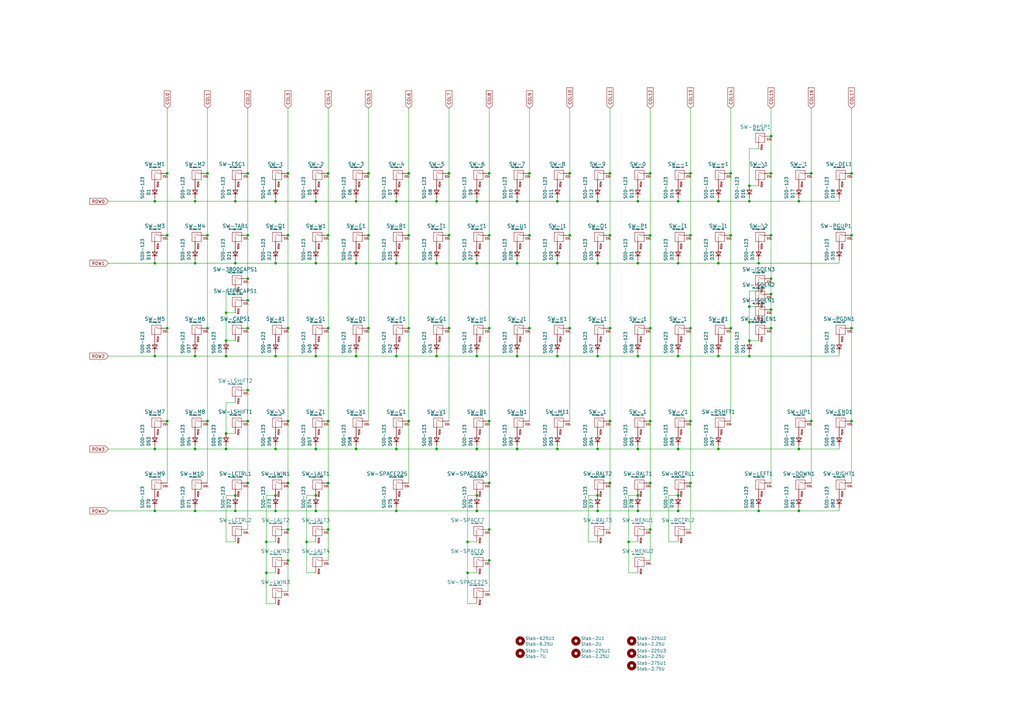
<source format=kicad_sch>
(kicad_sch (version 20211123) (generator eeschema)
  (paper "A3")
  (junction (at 179.07 146.05))
  (junction (at 294.64 107.95))
  (junction (at 349.25 172.72))
  (junction (at 233.68 71.12))
  (junction (at 167.64 134.62))
  (junction (at 184.15 96.52))
  (junction (at 80.01 184.15))
  (junction (at 299.72 96.52))
  (junction (at 349.25 96.52))
  (junction (at 101.6 114.3))
  (junction (at 261.62 146.05))
  (junction (at 113.03 203.2))
  (junction (at 63.5 184.15))
  (junction (at 191.77 234.95))
  (junction (at 212.09 82.55))
  (junction (at 118.11 172.72))
  (junction (at 311.15 209.55))
  (junction (at 68.58 172.72))
  (junction (at 151.13 134.62))
  (junction (at 327.66 82.55))
  (junction (at 118.11 96.52))
  (junction (at 250.19 172.72))
  (junction (at 245.11 82.55))
  (junction (at 245.11 203.2))
  (junction (at 96.52 82.55))
  (junction (at 250.19 96.52))
  (junction (at 278.13 184.15))
  (junction (at 283.21 172.72))
  (junction (at 233.68 134.62))
  (junction (at 68.58 96.52))
  (junction (at 283.21 71.12))
  (junction (at 278.13 146.05))
  (junction (at 101.6 198.12))
  (junction (at 92.71 177.8))
  (junction (at 283.21 96.52))
  (junction (at 113.03 107.95))
  (junction (at 96.52 209.55))
  (junction (at 63.5 107.95))
  (junction (at 162.56 184.15))
  (junction (at 261.62 209.55))
  (junction (at 266.7 96.52))
  (junction (at 327.66 184.15))
  (junction (at 294.64 184.15))
  (junction (at 217.17 71.12))
  (junction (at 129.54 107.95))
  (junction (at 118.11 71.12))
  (junction (at 228.6 146.05))
  (junction (at 195.58 107.95))
  (junction (at 299.72 134.62))
  (junction (at 146.05 146.05))
  (junction (at 146.05 184.15))
  (junction (at 212.09 107.95))
  (junction (at 125.73 222.25))
  (junction (at 307.34 82.55))
  (junction (at 118.11 229.87))
  (junction (at 96.52 107.95))
  (junction (at 184.15 71.12))
  (junction (at 167.64 172.72))
  (junction (at 278.13 209.55))
  (junction (at 101.6 96.52))
  (junction (at 250.19 198.12))
  (junction (at 118.11 134.62))
  (junction (at 316.23 127))
  (junction (at 113.03 209.55))
  (junction (at 245.11 107.95))
  (junction (at 200.66 96.52))
  (junction (at 332.74 71.12))
  (junction (at 245.11 146.05))
  (junction (at 316.23 71.12))
  (junction (at 217.17 96.52))
  (junction (at 261.62 107.95))
  (junction (at 113.03 82.55))
  (junction (at 228.6 184.15))
  (junction (at 113.03 146.05))
  (junction (at 63.5 82.55))
  (junction (at 151.13 71.12))
  (junction (at 316.23 96.52))
  (junction (at 266.7 198.12))
  (junction (at 212.09 146.05))
  (junction (at 349.25 134.62))
  (junction (at 68.58 71.12))
  (junction (at 134.62 198.12))
  (junction (at 307.34 76.2))
  (junction (at 283.21 198.12))
  (junction (at 184.15 134.62))
  (junction (at 195.58 146.05))
  (junction (at 162.56 209.55))
  (junction (at 261.62 184.15))
  (junction (at 80.01 82.55))
  (junction (at 200.66 198.12))
  (junction (at 195.58 82.55))
  (junction (at 307.34 146.05))
  (junction (at 80.01 146.05))
  (junction (at 129.54 203.2))
  (junction (at 129.54 209.55))
  (junction (at 134.62 217.17))
  (junction (at 146.05 82.55))
  (junction (at 134.62 96.52))
  (junction (at 311.15 107.95))
  (junction (at 191.77 222.25))
  (junction (at 217.17 134.62))
  (junction (at 146.05 107.95))
  (junction (at 316.23 114.3))
  (junction (at 266.7 134.62))
  (junction (at 266.7 172.72))
  (junction (at 266.7 71.12))
  (junction (at 179.07 82.55))
  (junction (at 200.66 229.87))
  (junction (at 228.6 107.95))
  (junction (at 151.13 96.52))
  (junction (at 278.13 107.95))
  (junction (at 162.56 107.95))
  (junction (at 129.54 184.15))
  (junction (at 283.21 134.62))
  (junction (at 101.6 134.62))
  (junction (at 245.11 184.15))
  (junction (at 134.62 172.72))
  (junction (at 278.13 82.55))
  (junction (at 118.11 217.17))
  (junction (at 349.25 71.12))
  (junction (at 233.68 96.52))
  (junction (at 250.19 134.62))
  (junction (at 261.62 82.55))
  (junction (at 307.34 139.7))
  (junction (at 167.64 71.12))
  (junction (at 299.72 71.12))
  (junction (at 92.71 184.15))
  (junction (at 278.13 203.2))
  (junction (at 134.62 71.12))
  (junction (at 85.09 172.72))
  (junction (at 200.66 172.72))
  (junction (at 332.74 172.72))
  (junction (at 80.01 209.55))
  (junction (at 101.6 160.02))
  (junction (at 316.23 120.65))
  (junction (at 228.6 82.55))
  (junction (at 250.19 71.12))
  (junction (at 118.11 198.12))
  (junction (at 85.09 71.12))
  (junction (at 179.07 184.15))
  (junction (at 92.71 128.27))
  (junction (at 316.23 55.88))
  (junction (at 129.54 146.05))
  (junction (at 167.64 96.52))
  (junction (at 316.23 134.62))
  (junction (at 92.71 146.05))
  (junction (at 129.54 82.55))
  (junction (at 294.64 146.05))
  (junction (at 294.64 82.55))
  (junction (at 101.6 71.12))
  (junction (at 101.6 123.19))
  (junction (at 101.6 172.72))
  (junction (at 63.5 146.05))
  (junction (at 96.52 203.2))
  (junction (at 307.34 132.08))
  (junction (at 109.22 222.25))
  (junction (at 200.66 134.62))
  (junction (at 195.58 203.2))
  (junction (at 200.66 71.12))
  (junction (at 134.62 134.62))
  (junction (at 195.58 184.15))
  (junction (at 63.5 209.55))
  (junction (at 92.71 139.7))
  (junction (at 195.58 209.55))
  (junction (at 162.56 146.05))
  (junction (at 212.09 184.15))
  (junction (at 179.07 107.95))
  (junction (at 113.03 184.15))
  (junction (at 257.81 222.25))
  (junction (at 200.66 217.17))
  (junction (at 266.7 217.17))
  (junction (at 307.34 125.73))
  (junction (at 245.11 209.55))
  (junction (at 327.66 209.55))
  (junction (at 68.58 134.62))
  (junction (at 80.01 107.95))
  (junction (at 85.09 134.62))
  (junction (at 162.56 82.55))
  (junction (at 85.09 96.52))
  (junction (at 109.22 234.95))
  (junction (at 261.62 203.2))
  (wire (pts (xy 307.34 146.05) (xy 307.34 144.78)))
  (wire (pts (xy 113.03 81.28) (xy 113.03 82.55)))
  (wire (pts (xy 63.5 144.78) (xy 63.5 146.05)))
  (wire (pts (xy 63.5 106.68) (xy 63.5 107.95)))
  (wire (pts (xy 294.64 107.95) (xy 311.15 107.95)))
  (wire (pts (xy 80.01 184.15) (xy 80.01 182.88)))
  (wire (pts (xy 118.11 242.57) (xy 118.11 229.87)))
  (wire (pts (xy 228.6 81.28) (xy 228.6 82.55)))
  (wire (pts (xy 266.7 134.62) (xy 266.7 172.72)))
  (wire (pts (xy 332.74 44.45) (xy 332.74 71.12)))
  (wire (pts (xy 278.13 82.55) (xy 278.13 81.28)))
  (wire (pts (xy 200.66 71.12) (xy 200.66 96.52)))
  (wire (pts (xy 261.62 203.2) (xy 257.81 203.2)))
  (wire (pts (xy 250.19 96.52) (xy 250.19 134.62)))
  (wire (pts (xy 96.52 208.28) (xy 96.52 209.55)))
  (wire (pts (xy 129.54 144.78) (xy 129.54 146.05)))
  (wire (pts (xy 261.62 208.28) (xy 261.62 209.55)))
  (wire (pts (xy 113.03 208.28) (xy 113.03 209.55)))
  (wire (pts (xy 85.09 134.62) (xy 85.09 172.72)))
  (wire (pts (xy 191.77 222.25) (xy 191.77 203.2)))
  (wire (pts (xy 261.62 184.15) (xy 278.13 184.15)))
  (wire (pts (xy 228.6 182.88) (xy 228.6 184.15)))
  (wire (pts (xy 80.01 82.55) (xy 96.52 82.55)))
  (wire (pts (xy 44.45 209.55) (xy 63.5 209.55)))
  (wire (pts (xy 118.11 172.72) (xy 118.11 198.12)))
  (wire (pts (xy 266.7 96.52) (xy 266.7 134.62)))
  (wire (pts (xy 344.17 106.68) (xy 344.17 107.95)))
  (wire (pts (xy 85.09 172.72) (xy 85.09 198.12)))
  (wire (pts (xy 294.64 182.88) (xy 294.64 184.15)))
  (wire (pts (xy 266.7 71.12) (xy 266.7 44.45)))
  (wire (pts (xy 92.71 203.2) (xy 96.52 203.2)))
  (wire (pts (xy 250.19 44.45) (xy 250.19 71.12)))
  (wire (pts (xy 195.58 184.15) (xy 212.09 184.15)))
  (wire (pts (xy 109.22 222.25) (xy 113.03 222.25)))
  (wire (pts (xy 113.03 184.15) (xy 129.54 184.15)))
  (wire (pts (xy 96.52 81.28) (xy 96.52 82.55)))
  (wire (pts (xy 191.77 234.95) (xy 191.77 222.25)))
  (wire (pts (xy 261.62 82.55) (xy 278.13 82.55)))
  (wire (pts (xy 278.13 106.68) (xy 278.13 107.95)))
  (wire (pts (xy 92.71 182.88) (xy 92.71 184.15)))
  (wire (pts (xy 63.5 182.88) (xy 63.5 184.15)))
  (wire (pts (xy 92.71 139.7) (xy 92.71 128.27)))
  (wire (pts (xy 327.66 208.28) (xy 327.66 209.55)))
  (wire (pts (xy 195.58 222.25) (xy 191.77 222.25)))
  (wire (pts (xy 146.05 107.95) (xy 162.56 107.95)))
  (wire (pts (xy 307.34 132.08) (xy 311.15 132.08)))
  (wire (pts (xy 109.22 203.2) (xy 109.22 222.25)))
  (wire (pts (xy 257.81 222.25) (xy 261.62 222.25)))
  (wire (pts (xy 261.62 144.78) (xy 261.62 146.05)))
  (wire (pts (xy 200.66 229.87) (xy 200.66 217.17)))
  (wire (pts (xy 118.11 44.45) (xy 118.11 71.12)))
  (wire (pts (xy 349.25 71.12) (xy 349.25 44.45)))
  (wire (pts (xy 63.5 81.28) (xy 63.5 82.55)))
  (wire (pts (xy 80.01 208.28) (xy 80.01 209.55)))
  (wire (pts (xy 344.17 82.55) (xy 344.17 81.28)))
  (wire (pts (xy 278.13 144.78) (xy 278.13 146.05)))
  (wire (pts (xy 283.21 134.62) (xy 283.21 172.72)))
  (wire (pts (xy 294.64 144.78) (xy 294.64 146.05)))
  (wire (pts (xy 118.11 134.62) (xy 118.11 172.72)))
  (wire (pts (xy 134.62 217.17) (xy 134.62 198.12)))
  (wire (pts (xy 274.32 222.25) (xy 274.32 203.2)))
  (wire (pts (xy 113.03 106.68) (xy 113.03 107.95)))
  (wire (pts (xy 134.62 134.62) (xy 134.62 172.72)))
  (wire (pts (xy 179.07 106.68) (xy 179.07 107.95)))
  (wire (pts (xy 299.72 134.62) (xy 299.72 172.72)))
  (wire (pts (xy 349.25 71.12) (xy 349.25 96.52)))
  (wire (pts (xy 146.05 144.78) (xy 146.05 146.05)))
  (wire (pts (xy 129.54 146.05) (xy 146.05 146.05)))
  (wire (pts (xy 113.03 107.95) (xy 129.54 107.95)))
  (wire (pts (xy 146.05 106.68) (xy 146.05 107.95)))
  (wire (pts (xy 245.11 184.15) (xy 245.11 182.88)))
  (wire (pts (xy 129.54 82.55) (xy 146.05 82.55)))
  (wire (pts (xy 92.71 128.27) (xy 92.71 119.38)))
  (wire (pts (xy 228.6 184.15) (xy 245.11 184.15)))
  (wire (pts (xy 349.25 198.12) (xy 349.25 172.72)))
  (wire (pts (xy 146.05 184.15) (xy 162.56 184.15)))
  (wire (pts (xy 113.03 209.55) (xy 129.54 209.55)))
  (wire (pts (xy 344.17 146.05) (xy 344.17 144.78)))
  (wire (pts (xy 344.17 209.55) (xy 344.17 208.28)))
  (wire (pts (xy 311.15 209.55) (xy 327.66 209.55)))
  (wire (pts (xy 261.62 106.68) (xy 261.62 107.95)))
  (wire (pts (xy 245.11 81.28) (xy 245.11 82.55)))
  (wire (pts (xy 250.19 71.12) (xy 250.19 96.52)))
  (wire (pts (xy 245.11 222.25) (xy 241.3 222.25)))
  (wire (pts (xy 195.58 182.88) (xy 195.58 184.15)))
  (wire (pts (xy 195.58 209.55) (xy 245.11 209.55)))
  (wire (pts (xy 92.71 146.05) (xy 113.03 146.05)))
  (wire (pts (xy 278.13 146.05) (xy 294.64 146.05)))
  (wire (pts (xy 266.7 71.12) (xy 266.7 96.52)))
  (wire (pts (xy 261.62 209.55) (xy 278.13 209.55)))
  (wire (pts (xy 129.54 209.55) (xy 162.56 209.55)))
  (wire (pts (xy 151.13 134.62) (xy 151.13 172.72)))
  (wire (pts (xy 316.23 120.65) (xy 316.23 127)))
  (wire (pts (xy 92.71 184.15) (xy 113.03 184.15)))
  (wire (pts (xy 245.11 146.05) (xy 261.62 146.05)))
  (wire (pts (xy 316.23 198.12) (xy 316.23 134.62)))
  (wire (pts (xy 261.62 182.88) (xy 261.62 184.15)))
  (wire (pts (xy 179.07 82.55) (xy 195.58 82.55)))
  (wire (pts (xy 101.6 217.17) (xy 101.6 198.12)))
  (wire (pts (xy 101.6 96.52) (xy 101.6 114.3)))
  (wire (pts (xy 195.58 82.55) (xy 212.09 82.55)))
  (wire (pts (xy 129.54 234.95) (xy 125.73 234.95)))
  (wire (pts (xy 327.66 209.55) (xy 344.17 209.55)))
  (wire (pts (xy 261.62 234.95) (xy 257.81 234.95)))
  (wire (pts (xy 162.56 182.88) (xy 162.56 184.15)))
  (wire (pts (xy 278.13 184.15) (xy 294.64 184.15)))
  (wire (pts (xy 266.7 198.12) (xy 266.7 172.72)))
  (wire (pts (xy 307.34 125.73) (xy 311.15 125.73)))
  (wire (pts (xy 327.66 81.28) (xy 327.66 82.55)))
  (wire (pts (xy 257.81 203.2) (xy 257.81 222.25)))
  (wire (pts (xy 96.52 209.55) (xy 113.03 209.55)))
  (wire (pts (xy 184.15 96.52) (xy 184.15 134.62)))
  (wire (pts (xy 113.03 184.15) (xy 113.03 182.88)))
  (wire (pts (xy 283.21 96.52) (xy 283.21 134.62)))
  (wire (pts (xy 129.54 81.28) (xy 129.54 82.55)))
  (wire (pts (xy 250.19 134.62) (xy 250.19 172.72)))
  (wire (pts (xy 80.01 106.68) (xy 80.01 107.95)))
  (wire (pts (xy 109.22 222.25) (xy 109.22 234.95)))
  (wire (pts (xy 299.72 71.12) (xy 299.72 44.45)))
  (wire (pts (xy 85.09 44.45) (xy 85.09 71.12)))
  (wire (pts (xy 278.13 209.55) (xy 311.15 209.55)))
  (wire (pts (xy 113.03 82.55) (xy 129.54 82.55)))
  (wire (pts (xy 167.64 71.12) (xy 167.64 96.52)))
  (wire (pts (xy 92.71 177.8) (xy 96.52 177.8)))
  (wire (pts (xy 307.34 119.38) (xy 311.15 119.38)))
  (wire (pts (xy 109.22 234.95) (xy 113.03 234.95)))
  (wire (pts (xy 63.5 184.15) (xy 80.01 184.15)))
  (wire (pts (xy 146.05 82.55) (xy 162.56 82.55)))
  (wire (pts (xy 245.11 184.15) (xy 261.62 184.15)))
  (wire (pts (xy 129.54 107.95) (xy 146.05 107.95)))
  (wire (pts (xy 63.5 107.95) (xy 80.01 107.95)))
  (wire (pts (xy 184.15 134.62) (xy 184.15 172.72)))
  (wire (pts (xy 63.5 146.05) (xy 80.01 146.05)))
  (wire (pts (xy 80.01 144.78) (xy 80.01 146.05)))
  (wire (pts (xy 217.17 96.52) (xy 217.17 134.62)))
  (wire (pts (xy 162.56 144.78) (xy 162.56 146.05)))
  (wire (pts (xy 344.17 184.15) (xy 344.17 182.88)))
  (wire (pts (xy 195.58 146.05) (xy 212.09 146.05)))
  (wire (pts (xy 266.7 229.87) (xy 266.7 217.17)))
  (wire (pts (xy 217.17 71.12) (xy 217.17 96.52)))
  (wire (pts (xy 332.74 198.12) (xy 332.74 172.72)))
  (wire (pts (xy 294.64 184.15) (xy 327.66 184.15)))
  (wire (pts (xy 129.54 182.88) (xy 129.54 184.15)))
  (wire (pts (xy 191.77 247.65) (xy 191.77 234.95)))
  (wire (pts (xy 250.19 217.17) (xy 250.19 198.12)))
  (wire (pts (xy 311.15 107.95) (xy 344.17 107.95)))
  (wire (pts (xy 283.21 71.12) (xy 283.21 44.45)))
  (wire (pts (xy 250.19 198.12) (xy 250.19 172.72)))
  (wire (pts (xy 245.11 106.68) (xy 245.11 107.95)))
  (wire (pts (xy 113.03 203.2) (xy 109.22 203.2)))
  (wire (pts (xy 101.6 160.02) (xy 101.6 134.62)))
  (wire (pts (xy 134.62 44.45) (xy 134.62 71.12)))
  (wire (pts (xy 162.56 184.15) (xy 179.07 184.15)))
  (wire (pts (xy 96.52 107.95) (xy 113.03 107.95)))
  (wire (pts (xy 129.54 209.55) (xy 129.54 208.28)))
  (wire (pts (xy 307.34 76.2) (xy 307.34 60.96)))
  (wire (pts (xy 118.11 71.12) (xy 118.11 96.52)))
  (wire (pts (xy 68.58 134.62) (xy 68.58 96.52)))
  (wire (pts (xy 257.81 234.95) (xy 257.81 222.25)))
  (wire (pts (xy 212.09 144.78) (xy 212.09 146.05)))
  (wire (pts (xy 92.71 165.1) (xy 96.52 165.1)))
  (wire (pts (xy 101.6 71.12) (xy 101.6 96.52)))
  (wire (pts (xy 278.13 82.55) (xy 294.64 82.55)))
  (wire (pts (xy 294.64 106.68) (xy 294.64 107.95)))
  (wire (pts (xy 299.72 71.12) (xy 299.72 96.52)))
  (wire (pts (xy 146.05 184.15) (xy 146.05 182.88)))
  (wire (pts (xy 283.21 198.12) (xy 283.21 172.72)))
  (wire (pts (xy 307.34 82.55) (xy 327.66 82.55)))
  (wire (pts (xy 44.45 146.05) (xy 63.5 146.05)))
  (wire (pts (xy 261.62 107.95) (xy 278.13 107.95)))
  (wire (pts (xy 101.6 114.3) (xy 101.6 123.19)))
  (wire (pts (xy 63.5 82.55) (xy 80.01 82.55)))
  (wire (pts (xy 151.13 71.12) (xy 151.13 96.52)))
  (wire (pts (xy 92.71 128.27) (xy 96.52 128.27)))
  (wire (pts (xy 162.56 208.28) (xy 162.56 209.55)))
  (wire (pts (xy 113.03 247.65) (xy 109.22 247.65)))
  (wire (pts (xy 316.23 96.52) (xy 316.23 114.3)))
  (wire (pts (xy 228.6 82.55) (xy 245.11 82.55)))
  (wire (pts (xy 80.01 107.95) (xy 96.52 107.95)))
  (wire (pts (xy 134.62 96.52) (xy 134.62 134.62)))
  (wire (pts (xy 125.73 222.25) (xy 129.54 222.25)))
  (wire (pts (xy 162.56 107.95) (xy 179.07 107.95)))
  (wire (pts (xy 212.09 106.68) (xy 212.09 107.95)))
  (wire (pts (xy 212.09 107.95) (xy 228.6 107.95)))
  (wire (pts (xy 200.66 134.62) (xy 200.66 172.72)))
  (wire (pts (xy 228.6 107.95) (xy 245.11 107.95)))
  (wire (pts (xy 316.23 114.3) (xy 316.23 120.65)))
  (wire (pts (xy 118.11 217.17) (xy 118.11 198.12)))
  (wire (pts (xy 233.68 71.12) (xy 233.68 96.52)))
  (wire (pts (xy 307.34 125.73) (xy 307.34 119.38)))
  (wire (pts (xy 274.32 203.2) (xy 278.13 203.2)))
  (wire (pts (xy 68.58 44.45) (xy 68.58 71.12)))
  (wire (pts (xy 200.66 217.17) (xy 200.66 198.12)))
  (wire (pts (xy 245.11 209.55) (xy 261.62 209.55)))
  (wire (pts (xy 125.73 203.2) (xy 125.73 222.25)))
  (wire (pts (xy 278.13 208.28) (xy 278.13 209.55)))
  (wire (pts (xy 299.72 96.52) (xy 299.72 134.62)))
  (wire (pts (xy 245.11 208.28) (xy 245.11 209.55)))
  (wire (pts (xy 129.54 184.15) (xy 146.05 184.15)))
  (wire (pts (xy 96.52 222.25) (xy 92.71 222.25)))
  (wire (pts (xy 179.07 184.15) (xy 179.07 182.88)))
  (wire (pts (xy 109.22 247.65) (xy 109.22 234.95)))
  (wire (pts (xy 233.68 96.52) (xy 233.68 134.62)))
  (wire (pts (xy 261.62 82.55) (xy 261.62 81.28)))
  (wire (pts (xy 212.09 184.15) (xy 212.09 182.88)))
  (wire (pts (xy 316.23 44.45) (xy 316.23 55.88)))
  (wire (pts (xy 228.6 106.68) (xy 228.6 107.95)))
  (wire (pts (xy 146.05 81.28) (xy 146.05 82.55)))
  (wire (pts (xy 228.6 144.78) (xy 228.6 146.05)))
  (wire (pts (xy 129.54 203.2) (xy 125.73 203.2)))
  (wire (pts (xy 92.71 146.05) (xy 92.71 144.78)))
  (wire (pts (xy 311.15 106.68) (xy 311.15 107.95)))
  (wire (pts (xy 316.23 55.88) (xy 316.23 71.12)))
  (wire (pts (xy 307.34 132.08) (xy 307.34 125.73)))
  (wire (pts (xy 80.01 81.28) (xy 80.01 82.55)))
  (wire (pts (xy 113.03 146.05) (xy 129.54 146.05)))
  (wire (pts (xy 134.62 71.12) (xy 134.62 96.52)))
  (wire (pts (xy 349.25 96.52) (xy 349.25 134.62)))
  (wire (pts (xy 184.15 44.45) (xy 184.15 71.12)))
  (wire (pts (xy 63.5 208.28) (xy 63.5 209.55)))
  (wire (pts (xy 118.11 96.52) (xy 118.11 134.62)))
  (wire (pts (xy 179.07 144.78) (xy 179.07 146.05)))
  (wire (pts (xy 212.09 146.05) (xy 228.6 146.05)))
  (wire (pts (xy 68.58 172.72) (xy 68.58 198.12)))
  (wire (pts (xy 327.66 182.88) (xy 327.66 184.15)))
  (wire (pts (xy 283.21 217.17) (xy 283.21 198.12)))
  (wire (pts (xy 233.68 134.62) (xy 233.68 172.72)))
  (wire (pts (xy 179.07 146.05) (xy 195.58 146.05)))
  (wire (pts (xy 307.34 132.08) (xy 307.34 139.7)))
  (wire (pts (xy 179.07 184.15) (xy 195.58 184.15)))
  (wire (pts (xy 80.01 209.55) (xy 96.52 209.55)))
  (wire (pts (xy 241.3 222.25) (xy 241.3 203.2)))
  (wire (pts (xy 96.52 106.68) (xy 96.52 107.95)))
  (wire (pts (xy 101.6 172.72) (xy 101.6 160.02)))
  (wire (pts (xy 195.58 208.28) (xy 195.58 209.55)))
  (wire (pts (xy 307.34 60.96) (xy 311.15 60.96)))
  (wire (pts (xy 200.66 96.52) (xy 200.66 134.62)))
  (wire (pts (xy 125.73 234.95) (xy 125.73 222.25)))
  (wire (pts (xy 217.17 134.62) (xy 217.17 172.72)))
  (wire (pts (xy 134.62 229.87) (xy 134.62 217.17)))
  (wire (pts (xy 200.66 198.12) (xy 200.66 172.72)))
  (wire (pts (xy 151.13 96.52) (xy 151.13 134.62)))
  (wire (pts (xy 92.71 222.25) (xy 92.71 203.2)))
  (wire (pts (xy 195.58 81.28) (xy 195.58 82.55)))
  (wire (pts (xy 85.09 96.52) (xy 85.09 134.62)))
  (wire (pts (xy 245.11 144.78) (xy 245.11 146.05)))
  (wire (pts (xy 228.6 146.05) (xy 245.11 146.05)))
  (wire (pts (xy 217.17 44.45) (xy 217.17 71.12)))
  (wire (pts (xy 311.15 139.7) (xy 307.34 139.7)))
  (wire (pts (xy 179.07 81.28) (xy 179.07 82.55)))
  (wire (pts (xy 316.23 127) (xy 316.23 134.62)))
  (wire (pts (xy 101.6 123.19) (xy 101.6 134.62)))
  (wire (pts (xy 278.13 222.25) (xy 274.32 222.25)))
  (wire (pts (xy 162.56 82.55) (xy 179.07 82.55)))
  (wire (pts (xy 195.58 144.78) (xy 195.58 146.05)))
  (wire (pts (xy 307.34 146.05) (xy 344.17 146.05)))
  (wire (pts (xy 316.23 71.12) (xy 316.23 96.52)))
  (wire (pts (xy 261.62 146.05) (xy 278.13 146.05)))
  (wire (pts (xy 151.13 44.45) (xy 151.13 71.12)))
  (wire (pts (xy 63.5 209.55) (xy 80.01 209.55)))
  (wire (pts (xy 162.56 146.05) (xy 179.07 146.05)))
  (wire (pts (xy 245.11 82.55) (xy 261.62 82.55)))
  (wire (pts (xy 179.07 107.95) (xy 195.58 107.95)))
  (wire (pts (xy 212.09 184.15) (xy 228.6 184.15)))
  (wire (pts (xy 283.21 71.12) (xy 283.21 96.52)))
  (wire (pts (xy 134.62 198.12) (xy 134.62 172.72)))
  (wire (pts (xy 129.54 106.68) (xy 129.54 107.95)))
  (wire (pts (xy 80.01 184.15) (xy 92.71 184.15)))
  (wire (pts (xy 96.52 82.55) (xy 113.03 82.55)))
  (wire (pts (xy 101.6 44.45) (xy 101.6 71.12)))
  (wire (pts (xy 162.56 209.55) (xy 195.58 209.55)))
  (wire (pts (xy 80.01 146.05) (xy 92.71 146.05)))
  (wire (pts (xy 85.09 71.12) (xy 85.09 96.52)))
  (wire (pts (xy 44.45 82.55) (xy 63.5 82.55)))
  (wire (pts (xy 327.66 82.55) (xy 344.17 82.55)))
  (wire (pts (xy 92.71 119.38) (xy 96.52 119.38)))
  (wire (pts (xy 92.71 177.8) (xy 92.71 165.1)))
  (wire (pts (xy 212.09 81.28) (xy 212.09 82.55)))
  (wire (pts (xy 294.64 82.55) (xy 307.34 82.55)))
  (wire (pts (xy 294.64 146.05) (xy 307.34 146.05)))
  (wire (pts (xy 167.64 134.62) (xy 167.64 172.72)))
  (wire (pts (xy 195.58 234.95) (xy 191.77 234.95)))
  (wire (pts (xy 44.45 107.95) (xy 63.5 107.95)))
  (wire (pts (xy 92.71 139.7) (xy 96.52 139.7)))
  (wire (pts (xy 101.6 172.72) (xy 101.6 198.12)))
  (wire (pts (xy 245.11 107.95) (xy 261.62 107.95)))
  (wire (pts (xy 307.34 81.28) (xy 307.34 82.55)))
  (wire (pts (xy 191.77 203.2) (xy 195.58 203.2)))
  (wire (pts (xy 146.05 146.05) (xy 162.56 146.05)))
  (wire (pts (xy 294.64 82.55) (xy 294.64 81.28)))
  (wire (pts (xy 184.15 71.12) (xy 184.15 96.52)))
  (wire (pts (xy 167.64 44.45) (xy 167.64 71.12)))
  (wire (pts (xy 200.66 242.57) (xy 200.66 229.87)))
  (wire (pts (xy 327.66 184.15) (xy 344.17 184.15)))
  (wire (pts (xy 266.7 217.17) (xy 266.7 198.12)))
  (wire (pts (xy 278.13 184.15) (xy 278.13 182.88)))
  (wire (pts (xy 195.58 107.95) (xy 212.09 107.95)))
  (wire (pts (xy 162.56 106.68) (xy 162.56 107.95)))
  (wire (pts (xy 44.45 184.15) (xy 63.5 184.15)))
  (wire (pts (xy 311.15 208.28) (xy 311.15 209.55)))
  (wire (pts (xy 167.64 198.12) (xy 167.64 172.72)))
  (wire (pts (xy 113.03 144.78) (xy 113.03 146.05)))
  (wire (pts (xy 195.58 106.68) (xy 195.58 107.95)))
  (wire (pts (xy 349.25 172.72) (xy 349.25 134.62)))
  (wire (pts (xy 311.15 76.2) (xy 307.34 76.2)))
  (wire (pts (xy 162.56 81.28) (xy 162.56 82.55)))
  (wire (pts (xy 241.3 203.2) (xy 245.11 203.2)))
  (wire (pts (xy 212.09 82.55) (xy 228.6 82.55)))
  (wire (pts (xy 68.58 134.62) (xy 68.58 172.72)))
  (wire (pts (xy 332.74 172.72) (xy 332.74 71.12)))
  (wire (pts (xy 167.64 96.52) (xy 167.64 134.62)))
  (wire (pts (xy 195.58 247.65) (xy 191.77 247.65)))
  (wire (pts (xy 118.11 229.87) (xy 118.11 217.17)))
  (wire (pts (xy 68.58 71.12) (xy 68.58 96.52)))
  (wire (pts (xy 278.13 107.95) (xy 294.64 107.95)))
  (wire (pts (xy 233.68 44.45) (xy 233.68 71.12)))
  (wire (pts (xy 200.66 44.45) (xy 200.66 71.12)))
  (global_label "ROW1" (shape input) (at 44.45 107.95 180) (property "Intersheet References" "${INTERSHEET_REFS}" (effects hide)))
  (global_label "COL1" (shape input) (at 85.09 44.45 90) (property "Intersheet References" "${INTERSHEET_REFS}" (effects hide)))
  (global_label "COL7" (shape input) (at 184.15 44.45 90) (property "Intersheet References" "${INTERSHEET_REFS}" (effects hide)))
  (global_label "COL4" (shape input) (at 134.62 44.45 90) (property "Intersheet References" "${INTERSHEET_REFS}" (effects hide)))
  (global_label "COL9" (shape input) (at 217.17 44.45 90) (property "Intersheet References" "${INTERSHEET_REFS}" (effects hide)))
  (global_label "COL5" (shape input) (at 151.13 44.45 90) (property "Intersheet References" "${INTERSHEET_REFS}" (effects hide)))
  (global_label "COL14" (shape input) (at 299.72 44.45 90) (property "Intersheet References" "${INTERSHEET_REFS}" (effects hide)))
  (global_label "COL0" (shape input) (at 68.58 44.45 90) (property "Intersheet References" "${INTERSHEET_REFS}" (effects hide)))
  (global_label "COL8" (shape input) (at 200.66 44.45 90) (property "Intersheet References" "${INTERSHEET_REFS}" (effects hide)))
  (global_label "COL17" (shape input) (at 349.25 44.45 90) (property "Intersheet References" "${INTERSHEET_REFS}" (effects hide)))
  (global_label "COL13" (shape input) (at 283.21 44.45 90) (property "Intersheet References" "${INTERSHEET_REFS}" (effects hide)))
  (global_label "ROW3" (shape input) (at 44.45 184.15 180) (property "Intersheet References" "${INTERSHEET_REFS}" (effects hide)))
  (global_label "COL3" (shape input) (at 118.11 44.45 90) (property "Intersheet References" "${INTERSHEET_REFS}" (effects hide)))
  (global_label "COL15" (shape input) (at 316.23 44.45 90) (property "Intersheet References" "${INTERSHEET_REFS}" (effects hide)))
  (global_label "COL16" (shape input) (at 332.74 44.45 90) (property "Intersheet References" "${INTERSHEET_REFS}" (effects hide)))
  (global_label "ROW2" (shape input) (at 44.45 146.05 180) (property "Intersheet References" "${INTERSHEET_REFS}" (effects hide)))
  (global_label "ROW0" (shape input) (at 44.45 82.55 180) (property "Intersheet References" "${INTERSHEET_REFS}" (effects hide)))
  (global_label "COL6" (shape input) (at 167.64 44.45 90) (property "Intersheet References" "${INTERSHEET_REFS}" (effects hide)))
  (global_label "COL12" (shape input) (at 266.7 44.45 90) (property "Intersheet References" "${INTERSHEET_REFS}" (effects hide)))
  (global_label "COL11" (shape input) (at 250.19 44.45 90) (property "Intersheet References" "${INTERSHEET_REFS}" (effects hide)))
  (global_label "COL10" (shape input) (at 233.68 44.45 90) (property "Intersheet References" "${INTERSHEET_REFS}" (effects hide)))
  (global_label "COL2" (shape input) (at 101.6 44.45 90) (property "Intersheet References" "${INTERSHEET_REFS}" (effects hide)))
  (global_label "ROW4" (shape input) (at 44.45 209.55 180) (property "Intersheet References" "${INTERSHEET_REFS}" (effects hide)))
  (symbol (lib_id "MX_Alps_Hybrid:MX-NoLED") (at 64.77 72.39 0) (unit 1)
    (property "Reference" "SW-M1" (at 63.5 67.31 0) (effects (font (size 1.524 1.524))))
    (property "Value" "MX_Alps-1U" (at 63.5 68.58 0) (effects (font (size 0.508 0.508))))
    (property "Footprint" "Alps_Only:ALPS-1U" (effects hide))
  )
  (symbol (lib_id "Device:D_Small") (at 63.5 78.74 90) (unit 1)
    (property "Reference" "D1" (at 60.96 77.47 0) (effects (justify right)))
    (property "Value" "SOD-123" (at 58.42 72.39 0) (effects (justify right)))
    (property "Footprint" "Diode_SMD:D_SOD-123" (effects hide))
    (property "LCSC" "C81598" (effects hide))
  )
  (symbol (lib_id "MX_Alps_Hybrid:MX-NoLED") (at 64.77 97.79 0) (unit 1)
    (property "Reference" "SW-M3" (at 63.5 92.71 0) (effects (font (size 1.524 1.524))))
    (property "Value" "MX_Alps-1U" (at 63.5 93.98 0) (effects (font (size 0.508 0.508))))
    (property "Footprint" "Alps_Only:ALPS-1U" (effects hide))
  )
  (symbol (lib_id "Device:D_Small") (at 63.5 104.14 90) (unit 1)
    (property "Reference" "D19" (at 60.96 102.87 0) (effects (justify right)))
    (property "Value" "SOD-123" (at 58.42 97.79 0) (effects (justify right)))
    (property "Footprint" "Diode_SMD:D_SOD-123" (effects hide))
    (property "LCSC" "C81598" (effects hide))
  )
  (symbol (lib_id "MX_Alps_Hybrid:MX-NoLED") (at 64.77 135.89 0) (unit 1)
    (property "Reference" "SW-M5" (at 63.5 130.81 0) (effects (font (size 1.524 1.524))))
    (property "Value" "MX_Alps-1U" (at 63.5 132.08 0) (effects (font (size 0.508 0.508))))
    (property "Footprint" "Alps_Only:ALPS-1U" (effects hide))
  )
  (symbol (lib_id "Device:D_Small") (at 63.5 142.24 90) (unit 1)
    (property "Reference" "D36" (at 60.96 140.97 0) (effects (justify right)))
    (property "Value" "SOD-123" (at 58.42 135.89 0) (effects (justify right)))
    (property "Footprint" "Diode_SMD:D_SOD-123" (effects hide))
    (property "LCSC" "C81598" (effects hide))
  )
  (symbol (lib_id "MX_Alps_Hybrid:MX-NoLED") (at 64.77 173.99 0) (unit 1)
    (property "Reference" "SW-M7" (at 63.5 168.91 0) (effects (font (size 1.524 1.524))))
    (property "Value" "MX_Alps-1U" (at 63.5 170.18 0) (effects (font (size 0.508 0.508))))
    (property "Footprint" "Alps_Only:ALPS-1U" (effects hide))
  )
  (symbol (lib_id "Device:D_Small") (at 63.5 180.34 90) (unit 1)
    (property "Reference" "D53" (at 60.96 179.07 0) (effects (justify right)))
    (property "Value" "SOD-123" (at 58.42 173.99 0) (effects (justify right)))
    (property "Footprint" "Diode_SMD:D_SOD-123" (effects hide))
    (property "LCSC" "C81598" (effects hide))
  )
  (symbol (lib_id "MX_Alps_Hybrid:MX-NoLED") (at 64.77 199.39 0) (unit 1)
    (property "Reference" "SW-M9" (at 63.5 194.31 0) (effects (font (size 1.524 1.524))))
    (property "Value" "MX_Alps-1U" (at 63.5 195.58 0) (effects (font (size 0.508 0.508))))
    (property "Footprint" "Alps_Only:ALPS-1U" (effects hide))
  )
  (symbol (lib_id "Device:D_Small") (at 63.5 205.74 90) (unit 1)
    (property "Reference" "D70" (at 60.96 204.47 0) (effects (justify right)))
    (property "Value" "SOD-123" (at 58.42 199.39 0) (effects (justify right)))
    (property "Footprint" "Diode_SMD:D_SOD-123" (effects hide))
    (property "LCSC" "C81598" (effects hide))
  )
  (symbol (lib_id "MX_Alps_Hybrid:MX-NoLED") (at 97.79 72.39 0) (unit 1)
    (property "Reference" "SW-ESC1" (at 95.25 67.31 0) (effects (font (size 1.524 1.524))))
    (property "Value" "MX_Alps-1U" (at 96.52 68.58 0) (effects (font (size 0.508 0.508))))
    (property "Footprint" "Alps_Only:ALPS-1U" (effects hide))
  )
  (symbol (lib_id "Device:D_Small") (at 96.52 78.74 90) (unit 1)
    (property "Reference" "D3" (at 93.98 77.47 0) (effects (justify right)))
    (property "Value" "SOD-123" (at 91.44 72.39 0) (effects (justify right)))
    (property "Footprint" "Diode_SMD:D_SOD-123" (effects hide))
    (property "LCSC" "C81598" (effects hide))
  )
  (symbol (lib_id "MX_Alps_Hybrid:MX-NoLED") (at 114.3 72.39 0) (unit 1)
    (property "Reference" "SW-1" (at 113.03 67.31 0) (effects (font (size 1.524 1.524))))
    (property "Value" "MX_Alps-1U" (at 113.03 68.58 0) (effects (font (size 0.508 0.508))))
    (property "Footprint" "Alps_Only:ALPS-1U" (effects hide))
  )
  (symbol (lib_id "Device:D_Small") (at 113.03 78.74 90) (unit 1)
    (property "Reference" "D4" (at 110.49 77.47 0) (effects (justify right)))
    (property "Value" "SOD-123" (at 107.95 72.39 0) (effects (justify right)))
    (property "Footprint" "Diode_SMD:D_SOD-123" (effects hide))
    (property "LCSC" "C81598" (effects hide))
  )
  (symbol (lib_id "MX_Alps_Hybrid:MX-NoLED") (at 130.81 72.39 0) (unit 1)
    (property "Reference" "SW-2" (at 129.54 67.31 0) (effects (font (size 1.524 1.524))))
    (property "Value" "MX_Alps-1U" (at 129.54 68.58 0) (effects (font (size 0.508 0.508))))
    (property "Footprint" "Alps_Only:ALPS-1U" (effects hide))
  )
  (symbol (lib_id "Device:D_Small") (at 129.54 78.74 90) (unit 1)
    (property "Reference" "D5" (at 127 77.47 0) (effects (justify right)))
    (property "Value" "SOD-123" (at 124.46 72.39 0) (effects (justify right)))
    (property "Footprint" "Diode_SMD:D_SOD-123" (effects hide))
    (property "LCSC" "C81598" (effects hide))
  )
  (symbol (lib_id "MX_Alps_Hybrid:MX-NoLED") (at 147.32 72.39 0) (unit 1)
    (property "Reference" "SW-3" (at 146.05 67.31 0) (effects (font (size 1.524 1.524))))
    (property "Value" "MX_Alps-1U" (at 146.05 68.58 0) (effects (font (size 0.508 0.508))))
    (property "Footprint" "Alps_Only:ALPS-1U" (effects hide))
  )
  (symbol (lib_id "Device:D_Small") (at 146.05 78.74 90) (unit 1)
    (property "Reference" "D6" (at 143.51 77.47 0) (effects (justify right)))
    (property "Value" "SOD-123" (at 140.97 72.39 0) (effects (justify right)))
    (property "Footprint" "Diode_SMD:D_SOD-123" (effects hide))
    (property "LCSC" "C81598" (effects hide))
  )
  (symbol (lib_id "MX_Alps_Hybrid:MX-NoLED") (at 163.83 72.39 0) (unit 1)
    (property "Reference" "SW-4" (at 162.56 67.31 0) (effects (font (size 1.524 1.524))))
    (property "Value" "MX_Alps-1U" (at 162.56 68.58 0) (effects (font (size 0.508 0.508))))
    (property "Footprint" "Alps_Only:ALPS-1U" (effects hide))
  )
  (symbol (lib_id "Device:D_Small") (at 162.56 78.74 90) (unit 1)
    (property "Reference" "D7" (at 160.02 77.47 0) (effects (justify right)))
    (property "Value" "SOD-123" (at 157.48 72.39 0) (effects (justify right)))
    (property "Footprint" "Diode_SMD:D_SOD-123" (effects hide))
    (property "LCSC" "C81598" (effects hide))
  )
  (symbol (lib_id "MX_Alps_Hybrid:MX-NoLED") (at 180.34 72.39 0) (unit 1)
    (property "Reference" "SW-5" (at 179.07 67.31 0) (effects (font (size 1.524 1.524))))
    (property "Value" "MX_Alps-1U" (at 179.07 68.58 0) (effects (font (size 0.508 0.508))))
    (property "Footprint" "Alps_Only:ALPS-1U" (effects hide))
  )
  (symbol (lib_id "Device:D_Small") (at 179.07 78.74 90) (unit 1)
    (property "Reference" "D8" (at 176.53 77.47 0) (effects (justify right)))
    (property "Value" "SOD-123" (at 173.99 72.39 0) (effects (justify right)))
    (property "Footprint" "Diode_SMD:D_SOD-123" (effects hide))
    (property "LCSC" "C81598" (effects hide))
  )
  (symbol (lib_id "MX_Alps_Hybrid:MX-NoLED") (at 81.28 72.39 0) (unit 1)
    (property "Reference" "SW-M2" (at 80.01 67.31 0) (effects (font (size 1.524 1.524))))
    (property "Value" "MX_Alps-1U" (at 80.01 68.58 0) (effects (font (size 0.508 0.508))))
    (property "Footprint" "Alps_Only:ALPS-1U" (effects hide))
  )
  (symbol (lib_id "Device:D_Small") (at 80.01 78.74 90) (unit 1)
    (property "Reference" "D2" (at 77.47 77.47 0) (effects (justify right)))
    (property "Value" "SOD-123" (at 74.93 72.39 0) (effects (justify right)))
    (property "Footprint" "Diode_SMD:D_SOD-123" (effects hide))
    (property "LCSC" "C81598" (effects hide))
  )
  (symbol (lib_id "MX_Alps_Hybrid:MX-NoLED") (at 81.28 97.79 0) (unit 1)
    (property "Reference" "SW-M4" (at 80.01 92.71 0) (effects (font (size 1.524 1.524))))
    (property "Value" "MX_Alps-1U" (at 80.01 93.98 0) (effects (font (size 0.508 0.508))))
    (property "Footprint" "Alps_Only:ALPS-1U" (effects hide))
  )
  (symbol (lib_id "Device:D_Small") (at 80.01 104.14 90) (unit 1)
    (property "Reference" "D20" (at 77.47 102.87 0) (effects (justify right)))
    (property "Value" "SOD-123" (at 74.93 97.79 0) (effects (justify right)))
    (property "Footprint" "Diode_SMD:D_SOD-123" (effects hide))
    (property "LCSC" "C81598" (effects hide))
  )
  (symbol (lib_id "MX_Alps_Hybrid:MX-NoLED") (at 81.28 135.89 0) (unit 1)
    (property "Reference" "SW-M6" (at 80.01 130.81 0) (effects (font (size 1.524 1.524))))
    (property "Value" "MX_Alps-1U" (at 80.01 132.08 0) (effects (font (size 0.508 0.508))))
    (property "Footprint" "Alps_Only:ALPS-1U" (effects hide))
  )
  (symbol (lib_id "Device:D_Small") (at 80.01 142.24 90) (unit 1)
    (property "Reference" "D37" (at 77.47 140.97 0) (effects (justify right)))
    (property "Value" "SOD-123" (at 74.93 135.89 0) (effects (justify right)))
    (property "Footprint" "Diode_SMD:D_SOD-123" (effects hide))
    (property "LCSC" "C81598" (effects hide))
  )
  (symbol (lib_id "MX_Alps_Hybrid:MX-NoLED") (at 81.28 173.99 0) (unit 1)
    (property "Reference" "SW-M8" (at 80.01 168.91 0) (effects (font (size 1.524 1.524))))
    (property "Value" "MX_Alps-1U" (at 80.01 170.18 0) (effects (font (size 0.508 0.508))))
    (property "Footprint" "Alps_Only:ALPS-1U" (effects hide))
  )
  (symbol (lib_id "Device:D_Small") (at 80.01 180.34 90) (unit 1)
    (property "Reference" "D54" (at 77.47 179.07 0) (effects (justify right)))
    (property "Value" "SOD-123" (at 74.93 173.99 0) (effects (justify right)))
    (property "Footprint" "Diode_SMD:D_SOD-123" (effects hide))
    (property "LCSC" "C81598" (effects hide))
  )
  (symbol (lib_id "MX_Alps_Hybrid:MX-NoLED") (at 81.28 199.39 0) (unit 1)
    (property "Reference" "SW-M10" (at 78.74 194.31 0) (effects (font (size 1.524 1.524))))
    (property "Value" "MX_Alps-1U" (at 80.01 195.58 0) (effects (font (size 0.508 0.508))))
    (property "Footprint" "Alps_Only:ALPS-1U" (effects hide))
  )
  (symbol (lib_id "Device:D_Small") (at 80.01 205.74 90) (unit 1)
    (property "Reference" "D71" (at 77.47 204.47 0) (effects (justify right)))
    (property "Value" "SOD-123" (at 74.93 199.39 0) (effects (justify right)))
    (property "Footprint" "Diode_SMD:D_SOD-123" (effects hide))
    (property "LCSC" "C81598" (effects hide))
  )
  (symbol (lib_id "MX_Alps_Hybrid:MX-NoLED") (at 196.85 72.39 0) (unit 1)
    (property "Reference" "SW-6" (at 195.58 67.31 0) (effects (font (size 1.524 1.524))))
    (property "Value" "MX_Alps-1U" (at 195.58 68.58 0) (effects (font (size 0.508 0.508))))
    (property "Footprint" "Alps_Only:ALPS-1U" (effects hide))
  )
  (symbol (lib_id "Device:D_Small") (at 195.58 78.74 90) (unit 1)
    (property "Reference" "D9" (at 193.04 77.47 0) (effects (justify right)))
    (property "Value" "SOD-123" (at 190.5 72.39 0) (effects (justify right)))
    (property "Footprint" "Diode_SMD:D_SOD-123" (effects hide))
    (property "LCSC" "C81598" (effects hide))
  )
  (symbol (lib_id "MX_Alps_Hybrid:MX-NoLED") (at 213.36 72.39 0) (unit 1)
    (property "Reference" "SW-7" (at 212.09 67.31 0) (effects (font (size 1.524 1.524))))
    (property "Value" "MX_Alps-1U" (at 212.09 68.58 0) (effects (font (size 0.508 0.508))))
    (property "Footprint" "Alps_Only:ALPS-1U" (effects hide))
  )
  (symbol (lib_id "Device:D_Small") (at 212.09 78.74 90) (unit 1)
    (property "Reference" "D10" (at 209.55 77.47 0) (effects (justify right)))
    (property "Value" "SOD-123" (at 207.01 72.39 0) (effects (justify right)))
    (property "Footprint" "Diode_SMD:D_SOD-123" (effects hide))
    (property "LCSC" "C81598" (effects hide))
  )
  (symbol (lib_id "MX_Alps_Hybrid:MX-NoLED") (at 229.87 72.39 0) (unit 1)
    (property "Reference" "SW-8" (at 228.6 67.31 0) (effects (font (size 1.524 1.524))))
    (property "Value" "MX_Alps-1U" (at 228.6 68.58 0) (effects (font (size 0.508 0.508))))
    (property "Footprint" "Alps_Only:ALPS-1U" (effects hide))
  )
  (symbol (lib_id "Device:D_Small") (at 228.6 78.74 90) (unit 1)
    (property "Reference" "D11" (at 226.06 77.47 0) (effects (justify right)))
    (property "Value" "SOD-123" (at 223.52 72.39 0) (effects (justify right)))
    (property "Footprint" "Diode_SMD:D_SOD-123" (effects hide))
    (property "LCSC" "C81598" (effects hide))
  )
  (symbol (lib_id "MX_Alps_Hybrid:MX-NoLED") (at 246.38 72.39 0) (unit 1)
    (property "Reference" "SW-9" (at 245.11 67.31 0) (effects (font (size 1.524 1.524))))
    (property "Value" "MX_Alps-1U" (at 245.11 68.58 0) (effects (font (size 0.508 0.508))))
    (property "Footprint" "Alps_Only:ALPS-1U" (effects hide))
  )
  (symbol (lib_id "Device:D_Small") (at 245.11 78.74 90) (unit 1)
    (property "Reference" "D12" (at 242.57 77.47 0) (effects (justify right)))
    (property "Value" "SOD-123" (at 240.03 72.39 0) (effects (justify right)))
    (property "Footprint" "Diode_SMD:D_SOD-123" (effects hide))
    (property "LCSC" "C81598" (effects hide))
  )
  (symbol (lib_id "MX_Alps_Hybrid:MX-NoLED") (at 262.89 72.39 0) (unit 1)
    (property "Reference" "SW-0" (at 261.62 67.31 0) (effects (font (size 1.524 1.524))))
    (property "Value" "MX_Alps-1U" (at 261.62 68.58 0) (effects (font (size 0.508 0.508))))
    (property "Footprint" "Alps_Only:ALPS-1U" (effects hide))
  )
  (symbol (lib_id "Device:D_Small") (at 261.62 78.74 90) (unit 1)
    (property "Reference" "D13" (at 259.08 77.47 0) (effects (justify right)))
    (property "Value" "SOD-123" (at 256.54 72.39 0) (effects (justify right)))
    (property "Footprint" "Diode_SMD:D_SOD-123" (effects hide))
    (property "LCSC" "C81598" (effects hide))
  )
  (symbol (lib_id "MX_Alps_Hybrid:MX-NoLED") (at 279.4 72.39 0) (unit 1)
    (property "Reference" "SW--1" (at 278.13 67.31 0) (effects (font (size 1.524 1.524))))
    (property "Value" "MX_Alps-1U" (at 278.13 68.58 0) (effects (font (size 0.508 0.508))))
    (property "Footprint" "Alps_Only:ALPS-1U" (effects hide))
  )
  (symbol (lib_id "Device:D_Small") (at 278.13 78.74 90) (unit 1)
    (property "Reference" "D14" (at 275.59 77.47 0) (effects (justify right)))
    (property "Value" "SOD-123" (at 273.05 72.39 0) (effects (justify right)))
    (property "Footprint" "Diode_SMD:D_SOD-123" (effects hide))
    (property "LCSC" "C81598" (effects hide))
  )
  (symbol (lib_id "MX_Alps_Hybrid:MX-NoLED") (at 295.91 72.39 0) (unit 1)
    (property "Reference" "SW-=1" (at 294.64 67.31 0) (effects (font (size 1.524 1.524))))
    (property "Value" "MX_Alps-1U" (at 294.64 68.58 0) (effects (font (size 0.508 0.508))))
    (property "Footprint" "Alps_Only:ALPS-1U" (effects hide))
  )
  (symbol (lib_id "Device:D_Small") (at 294.64 78.74 90) (unit 1)
    (property "Reference" "D15" (at 292.1 77.47 0) (effects (justify right)))
    (property "Value" "SOD-123" (at 289.56 72.39 0) (effects (justify right)))
    (property "Footprint" "Diode_SMD:D_SOD-123" (effects hide))
    (property "LCSC" "C81598" (effects hide))
  )
  (symbol (lib_id "MX_Alps_Hybrid:MX-NoLED") (at 312.42 57.15 0) (unit 1)
    (property "Reference" "SW-BKSP1" (at 309.88 52.07 0) (effects (font (size 1.524 1.524))))
    (property "Value" "MX_Alps-2U" (at 311.15 53.34 0) (effects (font (size 0.508 0.508))))
    (property "Footprint" "Alps_Only:ALPS-2U" (effects hide))
  )
  (symbol (lib_id "MX_Alps_Hybrid:MX-NoLED") (at 114.3 231.14 0) (unit 1)
    (property "Reference" "SW-LWIN2" (at 113.03 226.06 0) (effects (font (size 1.524 1.524))))
    (property "Value" "MX_Alps-1U" (at 113.03 227.33 0) (effects (font (size 0.508 0.508))))
    (property "Footprint" "Alps_Only:ALPS-1U" (effects hide))
  )
  (symbol (lib_id "MX_Alps_Hybrid:MX-NoLED") (at 196.85 218.44 0) (unit 1)
    (property "Reference" "SW-SPACE7" (at 191.77 213.36 0) (effects (font (size 1.524 1.524))))
    (property "Value" "MX_Alps-7U" (at 195.58 214.63 0) (effects (font (size 0.508 0.508))))
    (property "Footprint" "Alps_Only:ALPS-7U" (effects hide))
  )
  (symbol (lib_id "MX_Alps_Hybrid:MX-NoLED") (at 312.42 72.39 0) (unit 1)
    (property "Reference" "SW-\\1" (at 311.15 67.31 0) (effects (font (size 1.524 1.524))))
    (property "Value" "MX_Alps-1U" (at 311.15 68.58 0) (effects (font (size 0.508 0.508))))
    (property "Footprint" "Alps_Only:ALPS-1U" (effects hide))
  )
  (symbol (lib_id "Device:D_Small") (at 307.34 78.74 90) (unit 1)
    (property "Reference" "D16" (at 304.8 77.47 0) (effects (justify right)))
    (property "Value" "SOD-123" (at 302.26 72.39 0) (effects (justify right)))
    (property "Footprint" "Diode_SMD:D_SOD-123" (effects hide))
    (property "LCSC" "C81598" (effects hide))
  )
  (symbol (lib_id "MX_Alps_Hybrid:MX-NoLED") (at 97.79 115.57 0) (unit 1)
    (property "Reference" "SW-3800CAPS1" (at 96.52 110.49 0) (effects (font (size 1.524 1.524))))
    (property "Value" "MX_Alps-1.75U" (at 96.52 111.76 0) (effects (font (size 0.508 0.508))))
    (property "Footprint" "Alps_Only:ALPS-1.5U" (effects hide))
  )
  (symbol (lib_id "MX_Alps_Hybrid:MX-NoLED") (at 328.93 72.39 0) (unit 1)
    (property "Reference" "SW-`1" (at 327.66 67.31 0) (effects (font (size 1.524 1.524))))
    (property "Value" "MX_Alps-1U" (at 327.66 68.58 0) (effects (font (size 0.508 0.508))))
    (property "Footprint" "Alps_Only:ALPS-1U" (effects hide))
  )
  (symbol (lib_id "Device:D_Small") (at 327.66 78.74 90) (unit 1)
    (property "Reference" "D17" (at 325.12 77.47 0) (effects (justify right)))
    (property "Value" "SOD-123" (at 322.58 72.39 0) (effects (justify right)))
    (property "Footprint" "Diode_SMD:D_SOD-123" (effects hide))
    (property "LCSC" "C81598" (effects hide))
  )
  (symbol (lib_id "MX_Alps_Hybrid:MX-NoLED") (at 345.44 72.39 0) (unit 1)
    (property "Reference" "SW-DEL1" (at 344.17 67.31 0) (effects (font (size 1.524 1.524))))
    (property "Value" "MX_Alps-1U" (at 344.17 68.58 0) (effects (font (size 0.508 0.508))))
    (property "Footprint" "Alps_Only:ALPS-1U" (effects hide))
  )
  (symbol (lib_id "Device:D_Small") (at 344.17 78.74 90) (unit 1)
    (property "Reference" "D18" (at 341.63 77.47 0) (effects (justify right)))
    (property "Value" "SOD-123" (at 339.09 72.39 0) (effects (justify right)))
    (property "Footprint" "Diode_SMD:D_SOD-123" (effects hide))
    (property "LCSC" "C81598" (effects hide))
  )
  (symbol (lib_id "MX_Alps_Hybrid:MX-NoLED") (at 130.81 218.44 0) (unit 1)
    (property "Reference" "SW-LALT3" (at 129.54 213.36 0) (effects (font (size 1.524 1.524))))
    (property "Value" "MX_Alps-1.25U" (at 129.54 214.63 0) (effects (font (size 0.508 0.508))))
    (property "Footprint" "Alps_Only:ALPS-1.25U" (effects hide))
  )
  (symbol (lib_id "Mechanical:MountingHole") (at 213.36 262.89 0) (unit 1)
    (property "Reference" "Stab-625U1" (at 215.392 261.8232 0) (effects (justify left)))
    (property "Value" "Stab-6.25U" (at 215.392 264.1346 0) (effects (justify left)))
    (property "Footprint" "MX_Alps_Hybrid:MX-6.25U-Stab-Only-Reversed" (effects hide))
  )
  (symbol (lib_id "MX_Alps_Hybrid:MX-NoLED") (at 97.79 97.79 0) (unit 1)
    (property "Reference" "SW-TAB1" (at 96.52 92.71 0) (effects (font (size 1.524 1.524))))
    (property "Value" "MX_Alps-1.5U" (at 96.52 93.98 0) (effects (font (size 0.508 0.508))))
    (property "Footprint" "Alps_Only:ALPS-1.5U" (effects hide))
  )
  (symbol (lib_id "Device:D_Small") (at 96.52 104.14 90) (unit 1)
    (property "Reference" "D21" (at 93.98 102.87 0) (effects (justify right)))
    (property "Value" "SOD-123" (at 91.44 97.79 0) (effects (justify right)))
    (property "Footprint" "Diode_SMD:D_SOD-123" (effects hide))
    (property "LCSC" "C81598" (effects hide))
  )
  (symbol (lib_id "MX_Alps_Hybrid:MX-NoLED") (at 114.3 97.79 0) (unit 1)
    (property "Reference" "SW-Q1" (at 113.03 92.71 0) (effects (font (size 1.524 1.524))))
    (property "Value" "MX_Alps-1U" (at 113.03 93.98 0) (effects (font (size 0.508 0.508))))
    (property "Footprint" "Alps_Only:ALPS-1U" (effects hide))
  )
  (symbol (lib_id "Device:D_Small") (at 113.03 104.14 90) (unit 1)
    (property "Reference" "D22" (at 110.49 102.87 0) (effects (justify right)))
    (property "Value" "SOD-123" (at 107.95 97.79 0) (effects (justify right)))
    (property "Footprint" "Diode_SMD:D_SOD-123" (effects hide))
    (property "LCSC" "C81598" (effects hide))
  )
  (symbol (lib_id "MX_Alps_Hybrid:MX-NoLED") (at 130.81 97.79 0) (unit 1)
    (property "Reference" "SW-W1" (at 129.54 92.71 0) (effects (font (size 1.524 1.524))))
    (property "Value" "MX_Alps-1U" (at 129.54 93.98 0) (effects (font (size 0.508 0.508))))
    (property "Footprint" "Alps_Only:ALPS-1U" (effects hide))
  )
  (symbol (lib_id "Device:D_Small") (at 129.54 104.14 90) (unit 1)
    (property "Reference" "D23" (at 127 102.87 0) (effects (justify right)))
    (property "Value" "SOD-123" (at 124.46 97.79 0) (effects (justify right)))
    (property "Footprint" "Diode_SMD:D_SOD-123" (effects hide))
    (property "LCSC" "C81598" (effects hide))
  )
  (symbol (lib_id "MX_Alps_Hybrid:MX-NoLED") (at 147.32 97.79 0) (unit 1)
    (property "Reference" "SW-E1" (at 146.05 92.71 0) (effects (font (size 1.524 1.524))))
    (property "Value" "MX_Alps-1U" (at 146.05 93.98 0) (effects (font (size 0.508 0.508))))
    (property "Footprint" "Alps_Only:ALPS-1U" (effects hide))
  )
  (symbol (lib_id "Device:D_Small") (at 146.05 104.14 90) (unit 1)
    (property "Reference" "D24" (at 143.51 102.87 0) (effects (justify right)))
    (property "Value" "SOD-123" (at 140.97 97.79 0) (effects (justify right)))
    (property "Footprint" "Diode_SMD:D_SOD-123" (effects hide))
    (property "LCSC" "C81598" (effects hide))
  )
  (symbol (lib_id "MX_Alps_Hybrid:MX-NoLED") (at 163.83 97.79 0) (unit 1)
    (property "Reference" "SW-R1" (at 162.56 92.71 0) (effects (font (size 1.524 1.524))))
    (property "Value" "MX_Alps-1U" (at 162.56 93.98 0) (effects (font (size 0.508 0.508))))
    (property "Footprint" "Alps_Only:ALPS-1U" (effects hide))
  )
  (symbol (lib_id "Device:D_Small") (at 162.56 104.14 90) (unit 1)
    (property "Reference" "D25" (at 160.02 102.87 0) (effects (justify right)))
    (property "Value" "SOD-123" (at 157.48 97.79 0) (effects (justify right)))
    (property "Footprint" "Diode_SMD:D_SOD-123" (effects hide))
    (property "LCSC" "C81598" (effects hide))
  )
  (symbol (lib_id "MX_Alps_Hybrid:MX-NoLED") (at 180.34 97.79 0) (unit 1)
    (property "Reference" "SW-T1" (at 179.07 92.71 0) (effects (font (size 1.524 1.524))))
    (property "Value" "MX_Alps-1U" (at 179.07 93.98 0) (effects (font (size 0.508 0.508))))
    (property "Footprint" "Alps_Only:ALPS-1U" (effects hide))
  )
  (symbol (lib_id "Device:D_Small") (at 179.07 104.14 90) (unit 1)
    (property "Reference" "D26" (at 176.53 102.87 0) (effects (justify right)))
    (property "Value" "SOD-123" (at 173.99 97.79 0) (effects (justify right)))
    (property "Footprint" "Diode_SMD:D_SOD-123" (effects hide))
    (property "LCSC" "C81598" (effects hide))
  )
  (symbol (lib_id "MX_Alps_Hybrid:MX-NoLED") (at 196.85 97.79 0) (unit 1)
    (property "Reference" "SW-Y1" (at 195.58 92.71 0) (effects (font (size 1.524 1.524))))
    (property "Value" "MX_Alps-1U" (at 195.58 93.98 0) (effects (font (size 0.508 0.508))))
    (property "Footprint" "Alps_Only:ALPS-1U" (effects hide))
  )
  (symbol (lib_id "Device:D_Small") (at 195.58 104.14 90) (unit 1)
    (property "Reference" "D27" (at 193.04 102.87 0) (effects (justify right)))
    (property "Value" "SOD-123" (at 190.5 97.79 0) (effects (justify right)))
    (property "Footprint" "Diode_SMD:D_SOD-123" (effects hide))
    (property "LCSC" "C81598" (effects hide))
  )
  (symbol (lib_id "MX_Alps_Hybrid:MX-NoLED") (at 213.36 97.79 0) (unit 1)
    (property "Reference" "SW-U1" (at 212.09 92.71 0) (effects (font (size 1.524 1.524))))
    (property "Value" "MX_Alps-1U" (at 212.09 93.98 0) (effects (font (size 0.508 0.508))))
    (property "Footprint" "Alps_Only:ALPS-1U" (effects hide))
  )
  (symbol (lib_id "Device:D_Small") (at 212.09 104.14 90) (unit 1)
    (property "Reference" "D28" (at 209.55 102.87 0) (effects (justify right)))
    (property "Value" "SOD-123" (at 207.01 97.79 0) (effects (justify right)))
    (property "Footprint" "Diode_SMD:D_SOD-123" (effects hide))
    (property "LCSC" "C81598" (effects hide))
  )
  (symbol (lib_id "MX_Alps_Hybrid:MX-NoLED") (at 229.87 97.79 0) (unit 1)
    (property "Reference" "SW-I1" (at 228.6 92.71 0) (effects (font (size 1.524 1.524))))
    (property "Value" "MX_Alps-1U" (at 228.6 93.98 0) (effects (font (size 0.508 0.508))))
    (property "Footprint" "Alps_Only:ALPS-1U" (effects hide))
  )
  (symbol (lib_id "Device:D_Small") (at 228.6 104.14 90) (unit 1)
    (property "Reference" "D29" (at 226.06 102.87 0) (effects (justify right)))
    (property "Value" "SOD-123" (at 223.52 97.79 0) (effects (justify right)))
    (property "Footprint" "Diode_SMD:D_SOD-123" (effects hide))
    (property "LCSC" "C81598" (effects hide))
  )
  (symbol (lib_id "MX_Alps_Hybrid:MX-NoLED") (at 246.38 97.79 0) (unit 1)
    (property "Reference" "SW-O1" (at 245.11 92.71 0) (effects (font (size 1.524 1.524))))
    (property "Value" "MX_Alps-1U" (at 245.11 93.98 0) (effects (font (size 0.508 0.508))))
    (property "Footprint" "Alps_Only:ALPS-1U" (effects hide))
  )
  (symbol (lib_id "Device:D_Small") (at 245.11 104.14 90) (unit 1)
    (property "Reference" "D30" (at 242.57 102.87 0) (effects (justify right)))
    (property "Value" "SOD-123" (at 240.03 97.79 0) (effects (justify right)))
    (property "Footprint" "Diode_SMD:D_SOD-123" (effects hide))
    (property "LCSC" "C81598" (effects hide))
  )
  (symbol (lib_id "MX_Alps_Hybrid:MX-NoLED") (at 246.38 199.39 0) (unit 1)
    (property "Reference" "SW-RALT2" (at 245.11 194.31 0) (effects (font (size 1.524 1.524))))
    (property "Value" "MX_Alps-1.25U" (at 245.11 195.58 0) (effects (font (size 0.508 0.508))))
    (property "Footprint" "Alps_Only:ALPS-1.25U" (effects hide))
  )
  (symbol (lib_id "MX_Alps_Hybrid:MX-NoLED") (at 262.89 97.79 0) (unit 1)
    (property "Reference" "SW-P1" (at 261.62 92.71 0) (effects (font (size 1.524 1.524))))
    (property "Value" "MX_Alps-1U" (at 261.62 93.98 0) (effects (font (size 0.508 0.508))))
    (property "Footprint" "Alps_Only:ALPS-1U" (effects hide))
  )
  (symbol (lib_id "Device:D_Small") (at 261.62 104.14 90) (unit 1)
    (property "Reference" "D31" (at 259.08 102.87 0) (effects (justify right)))
    (property "Value" "SOD-123" (at 256.54 97.79 0) (effects (justify right)))
    (property "Footprint" "Diode_SMD:D_SOD-123" (effects hide))
    (property "LCSC" "C81598" (effects hide))
  )
  (symbol (lib_id "MX_Alps_Hybrid:MX-NoLED") (at 279.4 97.79 0) (unit 1)
    (property "Reference" "SW-[1" (at 278.13 92.71 0) (effects (font (size 1.524 1.524))))
    (property "Value" "MX_Alps-1U" (at 278.13 93.98 0) (effects (font (size 0.508 0.508))))
    (property "Footprint" "Alps_Only:ALPS-1U" (effects hide))
  )
  (symbol (lib_id "Device:D_Small") (at 278.13 104.14 90) (unit 1)
    (property "Reference" "D32" (at 275.59 102.87 0) (effects (justify right)))
    (property "Value" "SOD-123" (at 273.05 97.79 0) (effects (justify right)))
    (property "Footprint" "Diode_SMD:D_SOD-123" (effects hide))
    (property "LCSC" "C81598" (effects hide))
  )
  (symbol (lib_id "MX_Alps_Hybrid:MX-NoLED") (at 295.91 97.79 0) (unit 1)
    (property "Reference" "SW-]1" (at 294.64 92.71 0) (effects (font (size 1.524 1.524))))
    (property "Value" "MX_Alps-1U" (at 294.64 93.98 0) (effects (font (size 0.508 0.508))))
    (property "Footprint" "Alps_Only:ALPS-1U" (effects hide))
  )
  (symbol (lib_id "Device:D_Small") (at 294.64 104.14 90) (unit 1)
    (property "Reference" "D33" (at 292.1 102.87 0) (effects (justify right)))
    (property "Value" "SOD-123" (at 289.56 97.79 0) (effects (justify right)))
    (property "Footprint" "Diode_SMD:D_SOD-123" (effects hide))
    (property "LCSC" "C81598" (effects hide))
  )
  (symbol (lib_id "MX_Alps_Hybrid:MX-NoLED") (at 312.42 97.79 0) (unit 1)
    (property "Reference" "SW-\\2" (at 311.15 92.71 0) (effects (font (size 1.524 1.524))))
    (property "Value" "MX_Alps-1.5U" (at 311.15 93.98 0) (effects (font (size 0.508 0.508))))
    (property "Footprint" "Alps_Only:ALPS-1.5U" (effects hide))
  )
  (symbol (lib_id "Device:D_Small") (at 311.15 104.14 90) (unit 1)
    (property "Reference" "D34" (at 308.61 102.87 0) (effects (justify right)))
    (property "Value" "SOD-123" (at 306.07 97.79 0) (effects (justify right)))
    (property "Footprint" "Diode_SMD:D_SOD-123" (effects hide))
    (property "LCSC" "C81598" (effects hide))
  )
  (symbol (lib_id "MX_Alps_Hybrid:MX-NoLED") (at 345.44 97.79 0) (unit 1)
    (property "Reference" "SW-PGUP1" (at 342.9 92.71 0) (effects (font (size 1.524 1.524))))
    (property "Value" "MX_Alps-1U" (at 344.17 93.98 0) (effects (font (size 0.508 0.508))))
    (property "Footprint" "Alps_Only:ALPS-1U" (effects hide))
  )
  (symbol (lib_id "Device:D_Small") (at 344.17 104.14 90) (unit 1)
    (property "Reference" "D35" (at 341.63 102.87 0) (effects (justify right)))
    (property "Value" "SOD-123" (at 339.09 97.79 0) (effects (justify right)))
    (property "Footprint" "Diode_SMD:D_SOD-123" (effects hide))
    (property "LCSC" "C81598" (effects hide))
  )
  (symbol (lib_id "MX_Alps_Hybrid:MX-NoLED") (at 97.79 135.89 0) (unit 1)
    (property "Reference" "SW-CAPS1" (at 96.52 130.81 0) (effects (font (size 1.524 1.524))))
    (property "Value" "MX_Alps-1.75U" (at 96.52 132.08 0) (effects (font (size 0.508 0.508))))
    (property "Footprint" "Alps_Only:ALPS-1.75U" (effects hide))
  )
  (symbol (lib_id "Device:D_Small") (at 92.71 142.24 90) (unit 1)
    (property "Reference" "D38" (at 90.17 140.97 0) (effects (justify right)))
    (property "Value" "SOD-123" (at 87.63 135.89 0) (effects (justify right)))
    (property "Footprint" "Diode_SMD:D_SOD-123" (effects hide))
    (property "LCSC" "C81598" (effects hide))
  )
  (symbol (lib_id "MX_Alps_Hybrid:MX-NoLED") (at 114.3 135.89 0) (unit 1)
    (property "Reference" "SW-A1" (at 113.03 130.81 0) (effects (font (size 1.524 1.524))))
    (property "Value" "MX_Alps-1U" (at 113.03 132.08 0) (effects (font (size 0.508 0.508))))
    (property "Footprint" "Alps_Only:ALPS-1U" (effects hide))
  )
  (symbol (lib_id "Device:D_Small") (at 113.03 142.24 90) (unit 1)
    (property "Reference" "D39" (at 110.49 140.97 0) (effects (justify right)))
    (property "Value" "SOD-123" (at 107.95 135.89 0) (effects (justify right)))
    (property "Footprint" "Diode_SMD:D_SOD-123" (effects hide))
    (property "LCSC" "C81598" (effects hide))
  )
  (symbol (lib_id "MX_Alps_Hybrid:MX-NoLED") (at 130.81 135.89 0) (unit 1)
    (property "Reference" "SW-S1" (at 129.54 130.81 0) (effects (font (size 1.524 1.524))))
    (property "Value" "MX_Alps-1U" (at 129.54 132.08 0) (effects (font (size 0.508 0.508))))
    (property "Footprint" "Alps_Only:ALPS-1U" (effects hide))
  )
  (symbol (lib_id "Device:D_Small") (at 129.54 142.24 90) (unit 1)
    (property "Reference" "D40" (at 127 140.97 0) (effects (justify right)))
    (property "Value" "SOD-123" (at 124.46 135.89 0) (effects (justify right)))
    (property "Footprint" "Diode_SMD:D_SOD-123" (effects hide))
    (property "LCSC" "C81598" (effects hide))
  )
  (symbol (lib_id "MX_Alps_Hybrid:MX-NoLED") (at 147.32 135.89 0) (unit 1)
    (property "Reference" "SW-D1" (at 146.05 130.81 0) (effects (font (size 1.524 1.524))))
    (property "Value" "MX_Alps-1U" (at 146.05 132.08 0) (effects (font (size 0.508 0.508))))
    (property "Footprint" "Alps_Only:ALPS-1U" (effects hide))
  )
  (symbol (lib_id "Device:D_Small") (at 146.05 142.24 90) (unit 1)
    (property "Reference" "D41" (at 143.51 140.97 0) (effects (justify right)))
    (property "Value" "SOD-123" (at 140.97 135.89 0) (effects (justify right)))
    (property "Footprint" "Diode_SMD:D_SOD-123" (effects hide))
    (property "LCSC" "C81598" (effects hide))
  )
  (symbol (lib_id "MX_Alps_Hybrid:MX-NoLED") (at 163.83 135.89 0) (unit 1)
    (property "Reference" "SW-F1" (at 162.56 130.81 0) (effects (font (size 1.524 1.524))))
    (property "Value" "MX_Alps-1U" (at 162.56 132.08 0) (effects (font (size 0.508 0.508))))
    (property "Footprint" "Alps_Only:ALPS-1U" (effects hide))
  )
  (symbol (lib_id "Device:D_Small") (at 162.56 142.24 90) (unit 1)
    (property "Reference" "D42" (at 160.02 140.97 0) (effects (justify right)))
    (property "Value" "SOD-123" (at 157.48 135.89 0) (effects (justify right)))
    (property "Footprint" "Diode_SMD:D_SOD-123" (effects hide))
    (property "LCSC" "C81598" (effects hide))
  )
  (symbol (lib_id "MX_Alps_Hybrid:MX-NoLED") (at 180.34 135.89 0) (unit 1)
    (property "Reference" "SW-G1" (at 179.07 130.81 0) (effects (font (size 1.524 1.524))))
    (property "Value" "MX_Alps-1U" (at 179.07 132.08 0) (effects (font (size 0.508 0.508))))
    (property "Footprint" "Alps_Only:ALPS-1U" (effects hide))
  )
  (symbol (lib_id "Device:D_Small") (at 179.07 142.24 90) (unit 1)
    (property "Reference" "D43" (at 176.53 140.97 0) (effects (justify right)))
    (property "Value" "SOD-123" (at 173.99 135.89 0) (effects (justify right)))
    (property "Footprint" "Diode_SMD:D_SOD-123" (effects hide))
    (property "LCSC" "C81598" (effects hide))
  )
  (symbol (lib_id "MX_Alps_Hybrid:MX-NoLED") (at 196.85 135.89 0) (unit 1)
    (property "Reference" "SW-H1" (at 195.58 130.81 0) (effects (font (size 1.524 1.524))))
    (property "Value" "MX_Alps-1U" (at 195.58 132.08 0) (effects (font (size 0.508 0.508))))
    (property "Footprint" "Alps_Only:ALPS-1U" (effects hide))
  )
  (symbol (lib_id "Device:D_Small") (at 195.58 142.24 90) (unit 1)
    (property "Reference" "D44" (at 193.04 140.97 0) (effects (justify right)))
    (property "Value" "SOD-123" (at 190.5 135.89 0) (effects (justify right)))
    (property "Footprint" "Diode_SMD:D_SOD-123" (effects hide))
    (property "LCSC" "C81598" (effects hide))
  )
  (symbol (lib_id "MX_Alps_Hybrid:MX-NoLED") (at 213.36 135.89 0) (unit 1)
    (property "Reference" "SW-J1" (at 212.09 130.81 0) (effects (font (size 1.524 1.524))))
    (property "Value" "MX_Alps-1U" (at 212.09 132.08 0) (effects (font (size 0.508 0.508))))
    (property "Footprint" "Alps_Only:ALPS-1U" (effects hide))
  )
  (symbol (lib_id "Device:D_Small") (at 212.09 142.24 90) (unit 1)
    (property "Reference" "D45" (at 209.55 140.97 0) (effects (justify right)))
    (property "Value" "SOD-123" (at 207.01 135.89 0) (effects (justify right)))
    (property "Footprint" "Diode_SMD:D_SOD-123" (effects hide))
    (property "LCSC" "C81598" (effects hide))
  )
  (symbol (lib_id "Device:D_Small") (at 245.11 205.74 90) (unit 1)
    (property "Reference" "D77" (at 242.57 204.47 0) (effects (justify right)))
    (property "Value" "SOD-123" (at 240.03 199.39 0) (effects (justify right)))
    (property "Footprint" "Diode_SMD:D_SOD-123" (effects hide))
    (property "LCSC" "C81598" (effects hide))
  )
  (symbol (lib_id "Mechanical:MountingHole") (at 213.36 267.97 0) (unit 1)
    (property "Reference" "Stab-7U1" (at 215.392 266.9032 0) (effects (justify left)))
    (property "Value" "Stab-7U" (at 215.392 269.2146 0) (effects (justify left)))
    (property "Footprint" "MX_Alps_Hybrid:MX-7U-Stab-Only-Reversed" (effects hide))
  )
  (symbol (lib_id "MX_Alps_Hybrid:MX-NoLED") (at 229.87 135.89 0) (unit 1)
    (property "Reference" "SW-K1" (at 228.6 130.81 0) (effects (font (size 1.524 1.524))))
    (property "Value" "MX_Alps-1U" (at 228.6 132.08 0) (effects (font (size 0.508 0.508))))
    (property "Footprint" "Alps_Only:ALPS-1U" (effects hide))
  )
  (symbol (lib_id "Device:D_Small") (at 228.6 142.24 90) (unit 1)
    (property "Reference" "D46" (at 226.06 140.97 0) (effects (justify right)))
    (property "Value" "SOD-123" (at 223.52 135.89 0) (effects (justify right)))
    (property "Footprint" "Diode_SMD:D_SOD-123" (effects hide))
    (property "LCSC" "C81598" (effects hide))
  )
  (symbol (lib_id "MX_Alps_Hybrid:MX-NoLED") (at 246.38 135.89 0) (unit 1)
    (property "Reference" "SW-L1" (at 245.11 130.81 0) (effects (font (size 1.524 1.524))))
    (property "Value" "MX_Alps-1U" (at 245.11 132.08 0) (effects (font (size 0.508 0.508))))
    (property "Footprint" "Alps_Only:ALPS-1U" (effects hide))
  )
  (symbol (lib_id "Device:D_Small") (at 245.11 142.24 90) (unit 1)
    (property "Reference" "D47" (at 242.57 140.97 0) (effects (justify right)))
    (property "Value" "SOD-123" (at 240.03 135.89 0) (effects (justify right)))
    (property "Footprint" "Diode_SMD:D_SOD-123" (effects hide))
    (property "LCSC" "C81598" (effects hide))
  )
  (symbol (lib_id "MX_Alps_Hybrid:MX-NoLED") (at 262.89 135.89 0) (unit 1)
    (property "Reference" "SW-;1" (at 261.62 130.81 0) (effects (font (size 1.524 1.524))))
    (property "Value" "MX_Alps-1U" (at 261.62 132.08 0) (effects (font (size 0.508 0.508))))
    (property "Footprint" "Alps_Only:ALPS-1U" (effects hide))
  )
  (symbol (lib_id "Device:D_Small") (at 261.62 142.24 90) (unit 1)
    (property "Reference" "D48" (at 259.08 140.97 0) (effects (justify right)))
    (property "Value" "SOD-123" (at 256.54 135.89 0) (effects (justify right)))
    (property "Footprint" "Diode_SMD:D_SOD-123" (effects hide))
    (property "LCSC" "C81598" (effects hide))
  )
  (symbol (lib_id "MX_Alps_Hybrid:MX-NoLED") (at 279.4 135.89 0) (unit 1)
    (property "Reference" "SW-'1" (at 278.13 130.81 0) (effects (font (size 1.524 1.524))))
    (property "Value" "MX_Alps-1U" (at 278.13 132.08 0) (effects (font (size 0.508 0.508))))
    (property "Footprint" "Alps_Only:ALPS-1U" (effects hide))
  )
  (symbol (lib_id "Device:D_Small") (at 278.13 142.24 90) (unit 1)
    (property "Reference" "D49" (at 275.59 140.97 0) (effects (justify right)))
    (property "Value" "SOD-123" (at 273.05 135.89 0) (effects (justify right)))
    (property "Footprint" "Diode_SMD:D_SOD-123" (effects hide))
    (property "LCSC" "C81598" (effects hide))
  )
  (symbol (lib_id "MX_Alps_Hybrid:MX-NoLED") (at 295.91 135.89 0) (unit 1)
    (property "Reference" "SW-#1" (at 294.64 130.81 0) (effects (font (size 1.524 1.524))))
    (property "Value" "MX_Alps-1U" (at 294.64 132.08 0) (effects (font (size 0.508 0.508))))
    (property "Footprint" "Alps_Only:ALPS-1U" (effects hide))
  )
  (symbol (lib_id "Device:D_Small") (at 294.64 142.24 90) (unit 1)
    (property "Reference" "D50" (at 292.1 140.97 0) (effects (justify right)))
    (property "Value" "SOD-123" (at 289.56 135.89 0) (effects (justify right)))
    (property "Footprint" "Diode_SMD:D_SOD-123" (effects hide))
    (property "LCSC" "C81598" (effects hide))
  )
  (symbol (lib_id "MX_Alps_Hybrid:MX-NoLED") (at 312.42 135.89 0) (unit 1)
    (property "Reference" "SW-ANSIEN1" (at 311.15 130.81 0) (effects (font (size 1.524 1.524))))
    (property "Value" "MX_Alps-2.25U" (at 311.15 132.08 0) (effects (font (size 0.508 0.508))))
    (property "Footprint" "Alps_Only:ALPS-2.25U" (effects hide))
  )
  (symbol (lib_id "Device:D_Small") (at 307.34 142.24 90) (unit 1)
    (property "Reference" "D51" (at 304.8 140.97 0) (effects (justify right)))
    (property "Value" "SOD-123" (at 302.26 135.89 0) (effects (justify right)))
    (property "Footprint" "Diode_SMD:D_SOD-123" (effects hide))
    (property "LCSC" "C81598" (effects hide))
  )
  (symbol (lib_id "MX_Alps_Hybrid:MX-NoLED") (at 345.44 135.89 0) (unit 1)
    (property "Reference" "SW-PGDN1" (at 344.17 130.81 0) (effects (font (size 1.524 1.524))))
    (property "Value" "MX_Alps-1U" (at 344.17 132.08 0) (effects (font (size 0.508 0.508))))
    (property "Footprint" "Alps_Only:ALPS-1U" (effects hide))
  )
  (symbol (lib_id "Device:D_Small") (at 344.17 142.24 90) (unit 1)
    (property "Reference" "D52" (at 341.63 140.97 0) (effects (justify right)))
    (property "Value" "SOD-123" (at 339.09 135.89 0) (effects (justify right)))
    (property "Footprint" "Diode_SMD:D_SOD-123" (effects hide))
    (property "LCSC" "C81598" (effects hide))
  )
  (symbol (lib_id "MX_Alps_Hybrid:MX-NoLED") (at 97.79 173.99 0) (unit 1)
    (property "Reference" "SW-LSHIFT1" (at 96.52 168.91 0) (effects (font (size 1.524 1.524))))
    (property "Value" "MX_Alps-1U" (at 96.52 170.18 0) (effects (font (size 0.508 0.508))))
    (property "Footprint" "Alps_Only:ALPS-2.25U" (effects hide))
  )
  (symbol (lib_id "Device:D_Small") (at 92.71 180.34 90) (unit 1)
    (property "Reference" "D55" (at 90.17 179.07 0) (effects (justify right)))
    (property "Value" "SOD-123" (at 87.63 173.99 0) (effects (justify right)))
    (property "Footprint" "Diode_SMD:D_SOD-123" (effects hide))
    (property "LCSC" "C81598" (effects hide))
  )
  (symbol (lib_id "MX_Alps_Hybrid:MX-NoLED") (at 114.3 173.99 0) (unit 1)
    (property "Reference" "SW-\\3" (at 113.03 168.91 0) (effects (font (size 1.524 1.524))))
    (property "Value" "MX_Alps-1U" (at 113.03 170.18 0) (effects (font (size 0.508 0.508))))
    (property "Footprint" "Alps_Only:ALPS-1U" (effects hide))
  )
  (symbol (lib_id "Device:D_Small") (at 113.03 180.34 90) (unit 1)
    (property "Reference" "D56" (at 110.49 179.07 0) (effects (justify right)))
    (property "Value" "SOD-123" (at 107.95 173.99 0) (effects (justify right)))
    (property "Footprint" "Diode_SMD:D_SOD-123" (effects hide))
    (property "LCSC" "C81598" (effects hide))
  )
  (symbol (lib_id "MX_Alps_Hybrid:MX-NoLED") (at 130.81 173.99 0) (unit 1)
    (property "Reference" "SW-Z1" (at 129.54 168.91 0) (effects (font (size 1.524 1.524))))
    (property "Value" "MX_Alps-1U" (at 129.54 170.18 0) (effects (font (size 0.508 0.508))))
    (property "Footprint" "Alps_Only:ALPS-1U" (effects hide))
  )
  (symbol (lib_id "Device:D_Small") (at 129.54 180.34 90) (unit 1)
    (property "Reference" "D57" (at 127 179.07 0) (effects (justify right)))
    (property "Value" "SOD-123" (at 124.46 173.99 0) (effects (justify right)))
    (property "Footprint" "Diode_SMD:D_SOD-123" (effects hide))
    (property "LCSC" "C81598" (effects hide))
  )
  (symbol (lib_id "MX_Alps_Hybrid:MX-NoLED") (at 147.32 173.99 0) (unit 1)
    (property "Reference" "SW-X1" (at 146.05 168.91 0) (effects (font (size 1.524 1.524))))
    (property "Value" "MX_Alps-1U" (at 146.05 170.18 0) (effects (font (size 0.508 0.508))))
    (property "Footprint" "Alps_Only:ALPS-1U" (effects hide))
  )
  (symbol (lib_id "Device:D_Small") (at 146.05 180.34 90) (unit 1)
    (property "Reference" "D58" (at 143.51 179.07 0) (effects (justify right)))
    (property "Value" "SOD-123" (at 140.97 173.99 0) (effects (justify right)))
    (property "Footprint" "Diode_SMD:D_SOD-123" (effects hide))
    (property "LCSC" "C81598" (effects hide))
  )
  (symbol (lib_id "Mechanical:MountingHole") (at 236.22 267.97 0) (unit 1)
    (property "Reference" "Stab-225U1" (at 238.252 266.9032 0) (effects (justify left)))
    (property "Value" "Stab-2.25U" (at 238.252 269.2146 0) (effects (justify left)))
    (property "Footprint" "MX_Alps_Hybrid:MX-2.25U-Stab-Only" (effects hide))
  )
  (symbol (lib_id "MX_Alps_Hybrid:MX-NoLED") (at 163.83 173.99 0) (unit 1)
    (property "Reference" "SW-C1" (at 162.56 168.91 0) (effects (font (size 1.524 1.524))))
    (property "Value" "MX_Alps-1U" (at 162.56 170.18 0) (effects (font (size 0.508 0.508))))
    (property "Footprint" "Alps_Only:ALPS-1U" (effects hide))
  )
  (symbol (lib_id "Device:D_Small") (at 162.56 180.34 90) (unit 1)
    (property "Reference" "D59" (at 160.02 179.07 0) (effects (justify right)))
    (property "Value" "SOD-123" (at 157.48 173.99 0) (effects (justify right)))
    (property "Footprint" "Diode_SMD:D_SOD-123" (effects hide))
    (property "LCSC" "C81598" (effects hide))
  )
  (symbol (lib_id "MX_Alps_Hybrid:MX-NoLED") (at 180.34 173.99 0) (unit 1)
    (property "Reference" "SW-V1" (at 179.07 168.91 0) (effects (font (size 1.524 1.524))))
    (property "Value" "MX_Alps-1U" (at 179.07 170.18 0) (effects (font (size 0.508 0.508))))
    (property "Footprint" "Alps_Only:ALPS-1U" (effects hide))
  )
  (symbol (lib_id "Device:D_Small") (at 179.07 180.34 90) (unit 1)
    (property "Reference" "D60" (at 176.53 179.07 0) (effects (justify right)))
    (property "Value" "SOD-123" (at 173.99 173.99 0) (effects (justify right)))
    (property "Footprint" "Diode_SMD:D_SOD-123" (effects hide))
    (property "LCSC" "C81598" (effects hide))
  )
  (symbol (lib_id "MX_Alps_Hybrid:MX-NoLED") (at 196.85 173.99 0) (unit 1)
    (property "Reference" "SW-B1" (at 195.58 168.91 0) (effects (font (size 1.524 1.524))))
    (property "Value" "MX_Alps-1U" (at 195.58 170.18 0) (effects (font (size 0.508 0.508))))
    (property "Footprint" "Alps_Only:ALPS-1U" (effects hide))
  )
  (symbol (lib_id "Device:D_Small") (at 195.58 180.34 90) (unit 1)
    (property "Reference" "D61" (at 193.04 179.07 0) (effects (justify right)))
    (property "Value" "SOD-123" (at 190.5 173.99 0) (effects (justify right)))
    (property "Footprint" "Diode_SMD:D_SOD-123" (effects hide))
    (property "LCSC" "C81598" (effects hide))
  )
  (symbol (lib_id "MX_Alps_Hybrid:MX-NoLED") (at 213.36 173.99 0) (unit 1)
    (property "Reference" "SW-N1" (at 212.09 168.91 0) (effects (font (size 1.524 1.524))))
    (property "Value" "MX_Alps-1U" (at 212.09 170.18 0) (effects (font (size 0.508 0.508))))
    (property "Footprint" "Alps_Only:ALPS-1U" (effects hide))
  )
  (symbol (lib_id "Device:D_Small") (at 212.09 180.34 90) (unit 1)
    (property "Reference" "D62" (at 209.55 179.07 0) (effects (justify right)))
    (property "Value" "SOD-123" (at 207.01 173.99 0) (effects (justify right)))
    (property "Footprint" "Diode_SMD:D_SOD-123" (effects hide))
    (property "LCSC" "C81598" (effects hide))
  )
  (symbol (lib_id "MX_Alps_Hybrid:MX-NoLED") (at 229.87 173.99 0) (unit 1)
    (property "Reference" "SW-M11" (at 228.6 168.91 0) (effects (font (size 1.524 1.524))))
    (property "Value" "MX_Alps-1U" (at 228.6 170.18 0) (effects (font (size 0.508 0.508))))
    (property "Footprint" "Alps_Only:ALPS-1U" (effects hide))
  )
  (symbol (lib_id "Device:D_Small") (at 228.6 180.34 90) (unit 1)
    (property "Reference" "D63" (at 226.06 179.07 0) (effects (justify right)))
    (property "Value" "SOD-123" (at 223.52 173.99 0) (effects (justify right)))
    (property "Footprint" "Diode_SMD:D_SOD-123" (effects hide))
    (property "LCSC" "C81598" (effects hide))
  )
  (symbol (lib_id "MX_Alps_Hybrid:MX-NoLED") (at 246.38 173.99 0) (unit 1)
    (property "Reference" "SW-,1" (at 245.11 168.91 0) (effects (font (size 1.524 1.524))))
    (property "Value" "MX_Alps-1U" (at 245.11 170.18 0) (effects (font (size 0.508 0.508))))
    (property "Footprint" "Alps_Only:ALPS-1U" (effects hide))
  )
  (symbol (lib_id "Device:D_Small") (at 245.11 180.34 90) (unit 1)
    (property "Reference" "D64" (at 242.57 179.07 0) (effects (justify right)))
    (property "Value" "SOD-123" (at 240.03 173.99 0) (effects (justify right)))
    (property "Footprint" "Diode_SMD:D_SOD-123" (effects hide))
    (property "LCSC" "C81598" (effects hide))
  )
  (symbol (lib_id "MX_Alps_Hybrid:MX-NoLED") (at 262.89 173.99 0) (unit 1)
    (property "Reference" "SW-.1" (at 261.62 168.91 0) (effects (font (size 1.524 1.524))))
    (property "Value" "MX_Alps-1U" (at 261.62 170.18 0) (effects (font (size 0.508 0.508))))
    (property "Footprint" "Alps_Only:ALPS-1U" (effects hide))
  )
  (symbol (lib_id "Device:D_Small") (at 261.62 180.34 90) (unit 1)
    (property "Reference" "D65" (at 259.08 179.07 0) (effects (justify right)))
    (property "Value" "SOD-123" (at 256.54 173.99 0) (effects (justify right)))
    (property "Footprint" "Diode_SMD:D_SOD-123" (effects hide))
    (property "LCSC" "C81598" (effects hide))
  )
  (symbol (lib_id "MX_Alps_Hybrid:MX-NoLED") (at 279.4 173.99 0) (unit 1)
    (property "Reference" "SW-/1" (at 278.13 168.91 0) (effects (font (size 1.524 1.524))))
    (property "Value" "MX_Alps-1U" (at 278.13 170.18 0) (effects (font (size 0.508 0.508))))
    (property "Footprint" "Alps_Only:ALPS-1U" (effects hide))
  )
  (symbol (lib_id "Device:D_Small") (at 278.13 180.34 90) (unit 1)
    (property "Reference" "D66" (at 275.59 179.07 0) (effects (justify right)))
    (property "Value" "SOD-123" (at 273.05 173.99 0) (effects (justify right)))
    (property "Footprint" "Diode_SMD:D_SOD-123" (effects hide))
    (property "LCSC" "C81598" (effects hide))
  )
  (symbol (lib_id "MX_Alps_Hybrid:MX-NoLED") (at 295.91 173.99 0) (unit 1)
    (property "Reference" "SW-RSHFT1" (at 294.64 168.91 0) (effects (font (size 1.524 1.524))))
    (property "Value" "MX_Alps-1.75U" (at 294.64 170.18 0) (effects (font (size 0.508 0.508))))
    (property "Footprint" "Alps_Only:ALPS-1.75U" (effects hide))
  )
  (symbol (lib_id "Device:D_Small") (at 294.64 180.34 90) (unit 1)
    (property "Reference" "D67" (at 292.1 179.07 0) (effects (justify right)))
    (property "Value" "SOD-123" (at 289.56 173.99 0) (effects (justify right)))
    (property "Footprint" "Diode_SMD:D_SOD-123" (effects hide))
    (property "LCSC" "C81598" (effects hide))
  )
  (symbol (lib_id "MX_Alps_Hybrid:MX-NoLED") (at 328.93 173.99 0) (unit 1)
    (property "Reference" "SW-UP1" (at 327.66 168.91 0) (effects (font (size 1.524 1.524))))
    (property "Value" "MX_Alps-1U" (at 327.66 170.18 0) (effects (font (size 0.508 0.508))))
    (property "Footprint" "Alps_Only:ALPS-1U" (effects hide))
  )
  (symbol (lib_id "Device:D_Small") (at 327.66 180.34 90) (unit 1)
    (property "Reference" "D68" (at 325.12 179.07 0) (effects (justify right)))
    (property "Value" "SOD-123" (at 322.58 173.99 0) (effects (justify right)))
    (property "Footprint" "Diode_SMD:D_SOD-123" (effects hide))
    (property "LCSC" "C81598" (effects hide))
  )
  (symbol (lib_id "MX_Alps_Hybrid:MX-NoLED") (at 345.44 173.99 0) (unit 1)
    (property "Reference" "SW-END1" (at 344.17 168.91 0) (effects (font (size 1.524 1.524))))
    (property "Value" "MX_Alps-1U" (at 344.17 170.18 0) (effects (font (size 0.508 0.508))))
    (property "Footprint" "Alps_Only:ALPS-1U" (effects hide))
  )
  (symbol (lib_id "Device:D_Small") (at 344.17 180.34 90) (unit 1)
    (property "Reference" "D69" (at 341.63 179.07 0) (effects (justify right)))
    (property "Value" "SOD-123" (at 339.09 173.99 0) (effects (justify right)))
    (property "Footprint" "Diode_SMD:D_SOD-123" (effects hide))
    (property "LCSC" "C81598" (effects hide))
  )
  (symbol (lib_id "Mechanical:MountingHole") (at 236.22 262.89 0) (unit 1)
    (property "Reference" "Stab-2U1" (at 238.252 261.8232 0) (effects (justify left)))
    (property "Value" "Stab-2U" (at 238.252 264.1346 0) (effects (justify left)))
    (property "Footprint" "MX_Alps_Hybrid:MX-2U-Stab-Only" (effects hide))
  )
  (symbol (lib_id "MX_Alps_Hybrid:MX-NoLED") (at 97.79 199.39 0) (unit 1)
    (property "Reference" "SW-LCTRL1" (at 96.52 194.31 0) (effects (font (size 1.524 1.524))))
    (property "Value" "MX_Alps-1.25U" (at 96.52 195.58 0) (effects (font (size 0.508 0.508))))
    (property "Footprint" "Alps_Only:ALPS-1.25U" (effects hide))
  )
  (symbol (lib_id "Device:D_Small") (at 96.52 205.74 90) (unit 1)
    (property "Reference" "D72" (at 93.98 204.47 0) (effects (justify right)))
    (property "Value" "SOD-123" (at 91.44 199.39 0) (effects (justify right)))
    (property "Footprint" "Diode_SMD:D_SOD-123" (effects hide))
    (property "LCSC" "C81598" (effects hide))
  )
  (symbol (lib_id "MX_Alps_Hybrid:MX-NoLED") (at 114.3 199.39 0) (unit 1)
    (property "Reference" "SW-LWIN1" (at 113.03 194.31 0) (effects (font (size 1.524 1.524))))
    (property "Value" "MX_Alps-1.25U" (at 113.03 195.58 0) (effects (font (size 0.508 0.508))))
    (property "Footprint" "Alps_Only:ALPS-1.25U" (effects hide))
  )
  (symbol (lib_id "Device:D_Small") (at 113.03 205.74 90) (unit 1)
    (property "Reference" "D73" (at 110.49 204.47 0) (effects (justify right)))
    (property "Value" "SOD-123" (at 107.95 199.39 0) (effects (justify right)))
    (property "Footprint" "Diode_SMD:D_SOD-123" (effects hide))
    (property "LCSC" "C81598" (effects hide))
  )
  (symbol (lib_id "MX_Alps_Hybrid:MX-NoLED") (at 130.81 199.39 0) (unit 1)
    (property "Reference" "SW-LALT1" (at 129.54 194.31 0) (effects (font (size 1.524 1.524))))
    (property "Value" "MX_Alps-1.25U" (at 129.54 195.58 0) (effects (font (size 0.508 0.508))))
    (property "Footprint" "Alps_Only:ALPS-1.25U" (effects hide))
  )
  (symbol (lib_id "Device:D_Small") (at 129.54 205.74 90) (unit 1)
    (property "Reference" "D74" (at 127 204.47 0) (effects (justify right)))
    (property "Value" "SOD-123" (at 124.46 199.39 0) (effects (justify right)))
    (property "Footprint" "Diode_SMD:D_SOD-123" (effects hide))
    (property "LCSC" "C81598" (effects hide))
  )
  (symbol (lib_id "MX_Alps_Hybrid:MX-NoLED") (at 196.85 199.39 0) (unit 1)
    (property "Reference" "SW-SPACE625" (at 191.77 194.31 0) (effects (font (size 1.524 1.524))))
    (property "Value" "MX_Alps-6.25U" (at 195.58 195.58 0) (effects (font (size 0.508 0.508))))
    (property "Footprint" "Alps_Only:ALPS-6.25U" (effects hide))
  )
  (symbol (lib_id "Device:D_Small") (at 195.58 205.74 90) (unit 1)
    (property "Reference" "D76" (at 193.04 204.47 0) (effects (justify right)))
    (property "Value" "SOD-123" (at 190.5 199.39 0) (effects (justify right)))
    (property "Footprint" "Diode_SMD:D_SOD-123" (effects hide))
    (property "LCSC" "C81598" (effects hide))
  )
  (symbol (lib_id "MX_Alps_Hybrid:MX-NoLED") (at 196.85 231.14 0) (unit 1)
    (property "Reference" "SW-SPACE6" (at 191.77 226.06 0) (effects (font (size 1.524 1.524))))
    (property "Value" "MX_Alps-6U" (at 195.58 227.33 0) (effects (font (size 0.508 0.508))))
    (property "Footprint" "MX_Alps_Hybrid:MX-6U-Centered-ReversedStabilizers-NoLED" (effects hide))
  )
  (symbol (lib_id "MX_Alps_Hybrid:MX-NoLED") (at 262.89 199.39 0) (unit 1)
    (property "Reference" "SW-RALT1" (at 261.62 194.31 0) (effects (font (size 1.524 1.524))))
    (property "Value" "MX_Alps-1.5U" (at 261.62 195.58 0) (effects (font (size 0.508 0.508))))
    (property "Footprint" "Alps_Only:ALPS-1.5U" (effects hide))
  )
  (symbol (lib_id "Device:D_Small") (at 261.62 205.74 90) (unit 1)
    (property "Reference" "D78" (at 259.08 204.47 0) (effects (justify right)))
    (property "Value" "SOD-123" (at 256.54 199.39 0) (effects (justify right)))
    (property "Footprint" "Diode_SMD:D_SOD-123" (effects hide))
    (property "LCSC" "C81598" (effects hide))
  )
  (symbol (lib_id "MX_Alps_Hybrid:MX-NoLED") (at 279.4 199.39 0) (unit 1)
    (property "Reference" "SW-RCTRL1" (at 278.13 194.31 0) (effects (font (size 1.524 1.524))))
    (property "Value" "MX_Alps-1.5U" (at 278.13 195.58 0) (effects (font (size 0.508 0.508))))
    (property "Footprint" "Alps_Only:ALPS-1.5U" (effects hide))
  )
  (symbol (lib_id "Device:D_Small") (at 278.13 205.74 90) (unit 1)
    (property "Reference" "D79" (at 275.59 204.47 0) (effects (justify right)))
    (property "Value" "SOD-123" (at 273.05 199.39 0) (effects (justify right)))
    (property "Footprint" "Diode_SMD:D_SOD-123" (effects hide))
    (property "LCSC" "C81598" (effects hide))
  )
  (symbol (lib_id "MX_Alps_Hybrid:MX-NoLED") (at 97.79 218.44 0) (unit 1)
    (property "Reference" "SW-LCTRL2" (at 96.52 213.36 0) (effects (font (size 1.524 1.524))))
    (property "Value" "MX_Alps-1.5U" (at 96.52 214.63 0) (effects (font (size 0.508 0.508))))
    (property "Footprint" "Alps_Only:ALPS-1.5U" (effects hide))
  )
  (symbol (lib_id "MX_Alps_Hybrid:MX-NoLED") (at 312.42 199.39 0) (unit 1)
    (property "Reference" "SW-LEFT1" (at 311.15 194.31 0) (effects (font (size 1.524 1.524))))
    (property "Value" "MX_Alps-1U" (at 311.15 195.58 0) (effects (font (size 0.508 0.508))))
    (property "Footprint" "Alps_Only:ALPS-1U" (effects hide))
  )
  (symbol (lib_id "Device:D_Small") (at 311.15 205.74 90) (unit 1)
    (property "Reference" "D80" (at 308.61 204.47 0) (effects (justify right)))
    (property "Value" "SOD-123" (at 306.07 199.39 0) (effects (justify right)))
    (property "Footprint" "Diode_SMD:D_SOD-123" (effects hide))
    (property "LCSC" "C81598" (effects hide))
  )
  (symbol (lib_id "MX_Alps_Hybrid:MX-NoLED") (at 328.93 199.39 0) (unit 1)
    (property "Reference" "SW-DOWN1" (at 327.66 194.31 0) (effects (font (size 1.524 1.524))))
    (property "Value" "MX_Alps-1U" (at 327.66 195.58 0) (effects (font (size 0.508 0.508))))
    (property "Footprint" "Alps_Only:ALPS-1U" (effects hide))
  )
  (symbol (lib_id "Device:D_Small") (at 327.66 205.74 90) (unit 1)
    (property "Reference" "D81" (at 325.12 204.47 0) (effects (justify right)))
    (property "Value" "SOD-123" (at 322.58 199.39 0) (effects (justify right)))
    (property "Footprint" "Diode_SMD:D_SOD-123" (effects hide))
    (property "LCSC" "C81598" (effects hide))
  )
  (symbol (lib_id "MX_Alps_Hybrid:MX-NoLED") (at 345.44 199.39 0) (unit 1)
    (property "Reference" "SW-RIGHT1" (at 344.17 194.31 0) (effects (font (size 1.524 1.524))))
    (property "Value" "MX_Alps-1U" (at 344.17 195.58 0) (effects (font (size 0.508 0.508))))
    (property "Footprint" "Alps_Only:ALPS-1U" (effects hide))
  )
  (symbol (lib_id "Device:D_Small") (at 344.17 205.74 90) (unit 1)
    (property "Reference" "D82" (at 341.63 204.47 0) (effects (justify right)))
    (property "Value" "SOD-123" (at 339.09 199.39 0) (effects (justify right)))
    (property "Footprint" "Diode_SMD:D_SOD-123" (effects hide))
    (property "LCSC" "C81598" (effects hide))
  )
  (symbol (lib_id "MX_Alps_Hybrid:MX-NoLED") (at 114.3 218.44 0) (unit 1)
    (property "Reference" "SW-LALT2" (at 113.03 213.36 0) (effects (font (size 1.524 1.524))))
    (property "Value" "MX_Alps-1.5U" (at 113.03 214.63 0) (effects (font (size 0.508 0.508))))
    (property "Footprint" "Alps_Only:ALPS-1.5U" (effects hide))
  )
  (symbol (lib_id "Mechanical:MountingHole") (at 259.08 267.97 0) (unit 1)
    (property "Reference" "Stab-225U3" (at 261.112 266.9032 0) (effects (justify left)))
    (property "Value" "Stab-2.25U" (at 261.112 269.2146 0) (effects (justify left)))
    (property "Footprint" "MX_Alps_Hybrid:MX-2.25U-Stab-Only" (effects hide))
  )
  (symbol (lib_id "MX_Alps_Hybrid:MX-NoLED") (at 163.83 199.39 0) (unit 1)
    (property "Reference" "SW-SPACE225" (at 158.75 194.31 0) (effects (font (size 1.524 1.524))))
    (property "Value" "MX_Alps-2.25U" (at 162.56 195.58 0) (effects (font (size 0.508 0.508))))
    (property "Footprint" "Alps_Only:ALPS-2.25U" (effects hide))
  )
  (symbol (lib_id "Device:D_Small") (at 162.56 205.74 90) (unit 1)
    (property "Reference" "D75" (at 160.02 204.47 0) (effects (justify right)))
    (property "Value" "SOD-123" (at 157.48 199.39 0) (effects (justify right)))
    (property "Footprint" "Diode_SMD:D_SOD-123" (effects hide))
    (property "LCSC" "C81598" (effects hide))
  )
  (symbol (lib_id "MX_Alps_Hybrid:MX-NoLED") (at 97.79 124.46 0) (unit 1)
    (property "Reference" "SW-STEPCAPS1" (at 96.52 119.38 0) (effects (font (size 1.524 1.524))))
    (property "Value" "MX_Alps-1.75U" (at 96.52 120.65 0) (effects (font (size 0.508 0.508))))
    (property "Footprint" "Alps_Only:ALPS-1.25U" (effects hide))
  )
  (symbol (lib_id "MX_Alps_Hybrid:MX-NoLED") (at 196.85 243.84 0) (unit 1)
    (property "Reference" "SW-SPACE275" (at 191.77 238.76 0) (effects (font (size 1.524 1.524))))
    (property "Value" "MX_Alps-2.75U" (at 195.58 240.03 0) (effects (font (size 0.508 0.508))))
    (property "Footprint" "Alps_Only:ALPS-2.75U" (effects hide))
  )
  (symbol (lib_id "MX_Alps_Hybrid:MX-NoLED") (at 262.89 218.44 0) (unit 1)
    (property "Reference" "SW-MENU1" (at 261.62 213.36 0) (effects (font (size 1.524 1.524))))
    (property "Value" "MX_Alps-1U" (at 261.62 214.63 0) (effects (font (size 0.508 0.508))))
    (property "Footprint" "Alps_Only:ALPS-1U" (effects hide))
  )
  (symbol (lib_id "MX_Alps_Hybrid:MX-NoLED") (at 262.89 231.14 0) (unit 1)
    (property "Reference" "SW-MENU2" (at 261.62 226.06 0) (effects (font (size 1.524 1.524))))
    (property "Value" "MX_Alps-1U" (at 261.62 227.33 0) (effects (font (size 0.508 0.508))))
    (property "Footprint" "Alps_Only:ALPS-1U" (effects hide))
  )
  (symbol (lib_id "MX_Alps_Hybrid:MX-NoLED") (at 312.42 128.27 0) (unit 1)
    (property "Reference" "SW-ISOEN1" (at 311.15 123.19 0) (effects (font (size 1.524 1.524))))
    (property "Value" "MX_Alps-ISO" (at 311.15 124.46 0) (effects (font (size 0.508 0.508))))
    (property "Footprint" "Alps_Only:ALPS-ISO-FLIPPED" (effects hide))
  )
  (symbol (lib_id "MX_Alps_Hybrid:MX-NoLED") (at 279.4 218.44 0) (unit 1)
    (property "Reference" "SW-RCTRL2" (at 278.13 213.36 0) (effects (font (size 1.524 1.524))))
    (property "Value" "MX_Alps-1.25U" (at 278.13 214.63 0) (effects (font (size 0.508 0.508))))
    (property "Footprint" "Alps_Only:ALPS-1.25U" (effects hide))
  )
  (symbol (lib_id "MX_Alps_Hybrid:MX-NoLED") (at 246.38 218.44 0) (unit 1)
    (property "Reference" "SW-RALT3" (at 245.11 213.36 0) (effects (font (size 1.524 1.524))))
    (property "Value" "MX_Alps-1.5U" (at 245.11 214.63 0) (effects (font (size 0.508 0.508))))
    (property "Footprint" "Alps_Only:ALPS-1.5U" (effects hide))
  )
  (symbol (lib_id "MX_Alps_Hybrid:MX-NoLED") (at 97.79 161.29 0) (unit 1)
    (property "Reference" "SW-LSHIFT2" (at 96.52 156.21 0) (effects (font (size 1.524 1.524))))
    (property "Value" "MX_Alps-1.25U" (at 96.52 157.48 0) (effects (font (size 0.508 0.508))))
    (property "Footprint" "Alps_Only:ALPS-1.25U" (effects hide))
  )
  (symbol (lib_id "MX_Alps_Hybrid:MX-NoLED") (at 114.3 243.84 0) (unit 1)
    (property "Reference" "SW-LWIN3" (at 113.03 238.76 0) (effects (font (size 1.524 1.524))))
    (property "Value" "MX_Alps-1.U" (at 113.03 240.03 0) (effects (font (size 0.508 0.508))))
    (property "Footprint" "Alps_Only:ALPS-1U" (effects hide))
  )
  (symbol (lib_id "MX_Alps_Hybrid:MX-NoLED") (at 130.81 231.14 0) (unit 1)
    (property "Reference" "SW-LALT4" (at 129.54 226.06 0) (effects (font (size 1.524 1.524))))
    (property "Value" "MX_Alps-1.5U" (at 129.54 227.33 0) (effects (font (size 0.508 0.508))))
    (property "Footprint" "Alps_Only:ALPS-1.5U" (effects hide))
  )
  (symbol (lib_id "Mechanical:MountingHole") (at 259.08 262.89 0) (unit 1)
    (property "Reference" "Stab-225U2" (at 261.112 261.8232 0) (effects (justify left)))
    (property "Value" "Stab-2.25U" (at 261.112 264.1346 0) (effects (justify left)))
    (property "Footprint" "MX_Alps_Hybrid:MX-2.25U-Stab-Only" (effects hide))
  )
  (symbol (lib_id "Mechanical:MountingHole") (at 259.08 273.05 0) (unit 1)
    (property "Reference" "Stab-275U1" (at 261.112 271.9832 0) (effects (justify left)))
    (property "Value" "Stab-2.75U" (at 261.112 274.2946 0) (effects (justify left)))
    (property "Footprint" "MX_Alps_Hybrid:MX-2.75U-Stab-Only" (effects hide))
  )
  (symbol (lib_id "MX_Alps_Hybrid:MX-NoLED") (at 312.42 121.92 0) (unit 1)
    (property "Reference" "SW-ISOEN2" (at 311.15 116.84 0) (effects (font (size 1.524 1.524))))
    (property "Value" "MX_Alps-ISO" (at 311.15 118.11 0) (effects (font (size 0.508 0.508))))
    (property "Footprint" "Alps_Only:ALPS-1U" (effects hide))
  )
  (symbol (lib_id "MX_Alps_Hybrid:MX-NoLED") (at 312.42 115.57 0) (unit 1)
    (property "Reference" "SW-ISOEN3" (at 311.15 110.49 0) (effects (font (size 1.524 1.524))))
    (property "Value" "MX_Alps-ISO" (at 311.15 111.76 0) (effects (font (size 0.508 0.508))))
    (property "Footprint" "Alps_Only:ALPS-1U" (effects hide))
  )
)
</source>
